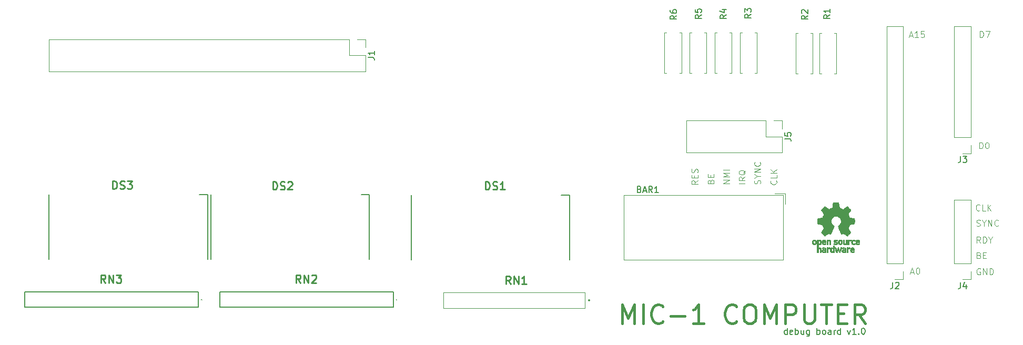
<source format=gbr>
%TF.GenerationSoftware,KiCad,Pcbnew,8.0.6*%
%TF.CreationDate,2024-12-15T17:57:45+01:00*%
%TF.ProjectId,debugboard,64656275-6762-46f6-9172-642e6b696361,rev?*%
%TF.SameCoordinates,Original*%
%TF.FileFunction,Legend,Top*%
%TF.FilePolarity,Positive*%
%FSLAX46Y46*%
G04 Gerber Fmt 4.6, Leading zero omitted, Abs format (unit mm)*
G04 Created by KiCad (PCBNEW 8.0.6) date 2024-12-15 17:57:45*
%MOMM*%
%LPD*%
G01*
G04 APERTURE LIST*
%ADD10C,0.100000*%
%ADD11C,0.400000*%
%ADD12C,0.150000*%
%ADD13C,0.254000*%
%ADD14C,0.010000*%
%ADD15C,0.200000*%
%ADD16C,0.120000*%
G04 APERTURE END LIST*
D10*
X149372419Y-71524687D02*
X148896228Y-71858020D01*
X149372419Y-72096115D02*
X148372419Y-72096115D01*
X148372419Y-72096115D02*
X148372419Y-71715163D01*
X148372419Y-71715163D02*
X148420038Y-71619925D01*
X148420038Y-71619925D02*
X148467657Y-71572306D01*
X148467657Y-71572306D02*
X148562895Y-71524687D01*
X148562895Y-71524687D02*
X148705752Y-71524687D01*
X148705752Y-71524687D02*
X148800990Y-71572306D01*
X148800990Y-71572306D02*
X148848609Y-71619925D01*
X148848609Y-71619925D02*
X148896228Y-71715163D01*
X148896228Y-71715163D02*
X148896228Y-72096115D01*
X148848609Y-71096115D02*
X148848609Y-70762782D01*
X149372419Y-70619925D02*
X149372419Y-71096115D01*
X149372419Y-71096115D02*
X148372419Y-71096115D01*
X148372419Y-71096115D02*
X148372419Y-70619925D01*
X149324800Y-70238972D02*
X149372419Y-70096115D01*
X149372419Y-70096115D02*
X149372419Y-69858020D01*
X149372419Y-69858020D02*
X149324800Y-69762782D01*
X149324800Y-69762782D02*
X149277180Y-69715163D01*
X149277180Y-69715163D02*
X149181942Y-69667544D01*
X149181942Y-69667544D02*
X149086704Y-69667544D01*
X149086704Y-69667544D02*
X148991466Y-69715163D01*
X148991466Y-69715163D02*
X148943847Y-69762782D01*
X148943847Y-69762782D02*
X148896228Y-69858020D01*
X148896228Y-69858020D02*
X148848609Y-70048496D01*
X148848609Y-70048496D02*
X148800990Y-70143734D01*
X148800990Y-70143734D02*
X148753371Y-70191353D01*
X148753371Y-70191353D02*
X148658133Y-70238972D01*
X148658133Y-70238972D02*
X148562895Y-70238972D01*
X148562895Y-70238972D02*
X148467657Y-70191353D01*
X148467657Y-70191353D02*
X148420038Y-70143734D01*
X148420038Y-70143734D02*
X148372419Y-70048496D01*
X148372419Y-70048496D02*
X148372419Y-69810401D01*
X148372419Y-69810401D02*
X148420038Y-69667544D01*
X151448609Y-71662782D02*
X151496228Y-71519925D01*
X151496228Y-71519925D02*
X151543847Y-71472306D01*
X151543847Y-71472306D02*
X151639085Y-71424687D01*
X151639085Y-71424687D02*
X151781942Y-71424687D01*
X151781942Y-71424687D02*
X151877180Y-71472306D01*
X151877180Y-71472306D02*
X151924800Y-71519925D01*
X151924800Y-71519925D02*
X151972419Y-71615163D01*
X151972419Y-71615163D02*
X151972419Y-71996115D01*
X151972419Y-71996115D02*
X150972419Y-71996115D01*
X150972419Y-71996115D02*
X150972419Y-71662782D01*
X150972419Y-71662782D02*
X151020038Y-71567544D01*
X151020038Y-71567544D02*
X151067657Y-71519925D01*
X151067657Y-71519925D02*
X151162895Y-71472306D01*
X151162895Y-71472306D02*
X151258133Y-71472306D01*
X151258133Y-71472306D02*
X151353371Y-71519925D01*
X151353371Y-71519925D02*
X151400990Y-71567544D01*
X151400990Y-71567544D02*
X151448609Y-71662782D01*
X151448609Y-71662782D02*
X151448609Y-71996115D01*
X151448609Y-70996115D02*
X151448609Y-70662782D01*
X151972419Y-70519925D02*
X151972419Y-70996115D01*
X151972419Y-70996115D02*
X150972419Y-70996115D01*
X150972419Y-70996115D02*
X150972419Y-70519925D01*
X154472419Y-71996115D02*
X153472419Y-71996115D01*
X153472419Y-71996115D02*
X154472419Y-71424687D01*
X154472419Y-71424687D02*
X153472419Y-71424687D01*
X154472419Y-70948496D02*
X153472419Y-70948496D01*
X153472419Y-70948496D02*
X154186704Y-70615163D01*
X154186704Y-70615163D02*
X153472419Y-70281830D01*
X153472419Y-70281830D02*
X154472419Y-70281830D01*
X154472419Y-69805639D02*
X153472419Y-69805639D01*
X156972419Y-71996115D02*
X155972419Y-71996115D01*
X156972419Y-70948497D02*
X156496228Y-71281830D01*
X156972419Y-71519925D02*
X155972419Y-71519925D01*
X155972419Y-71519925D02*
X155972419Y-71138973D01*
X155972419Y-71138973D02*
X156020038Y-71043735D01*
X156020038Y-71043735D02*
X156067657Y-70996116D01*
X156067657Y-70996116D02*
X156162895Y-70948497D01*
X156162895Y-70948497D02*
X156305752Y-70948497D01*
X156305752Y-70948497D02*
X156400990Y-70996116D01*
X156400990Y-70996116D02*
X156448609Y-71043735D01*
X156448609Y-71043735D02*
X156496228Y-71138973D01*
X156496228Y-71138973D02*
X156496228Y-71519925D01*
X157067657Y-69853259D02*
X157020038Y-69948497D01*
X157020038Y-69948497D02*
X156924800Y-70043735D01*
X156924800Y-70043735D02*
X156781942Y-70186592D01*
X156781942Y-70186592D02*
X156734323Y-70281830D01*
X156734323Y-70281830D02*
X156734323Y-70377068D01*
X156972419Y-70329449D02*
X156924800Y-70424687D01*
X156924800Y-70424687D02*
X156829561Y-70519925D01*
X156829561Y-70519925D02*
X156639085Y-70567544D01*
X156639085Y-70567544D02*
X156305752Y-70567544D01*
X156305752Y-70567544D02*
X156115276Y-70519925D01*
X156115276Y-70519925D02*
X156020038Y-70424687D01*
X156020038Y-70424687D02*
X155972419Y-70329449D01*
X155972419Y-70329449D02*
X155972419Y-70138973D01*
X155972419Y-70138973D02*
X156020038Y-70043735D01*
X156020038Y-70043735D02*
X156115276Y-69948497D01*
X156115276Y-69948497D02*
X156305752Y-69900878D01*
X156305752Y-69900878D02*
X156639085Y-69900878D01*
X156639085Y-69900878D02*
X156829561Y-69948497D01*
X156829561Y-69948497D02*
X156924800Y-70043735D01*
X156924800Y-70043735D02*
X156972419Y-70138973D01*
X156972419Y-70138973D02*
X156972419Y-70329449D01*
X159424800Y-72043734D02*
X159472419Y-71900877D01*
X159472419Y-71900877D02*
X159472419Y-71662782D01*
X159472419Y-71662782D02*
X159424800Y-71567544D01*
X159424800Y-71567544D02*
X159377180Y-71519925D01*
X159377180Y-71519925D02*
X159281942Y-71472306D01*
X159281942Y-71472306D02*
X159186704Y-71472306D01*
X159186704Y-71472306D02*
X159091466Y-71519925D01*
X159091466Y-71519925D02*
X159043847Y-71567544D01*
X159043847Y-71567544D02*
X158996228Y-71662782D01*
X158996228Y-71662782D02*
X158948609Y-71853258D01*
X158948609Y-71853258D02*
X158900990Y-71948496D01*
X158900990Y-71948496D02*
X158853371Y-71996115D01*
X158853371Y-71996115D02*
X158758133Y-72043734D01*
X158758133Y-72043734D02*
X158662895Y-72043734D01*
X158662895Y-72043734D02*
X158567657Y-71996115D01*
X158567657Y-71996115D02*
X158520038Y-71948496D01*
X158520038Y-71948496D02*
X158472419Y-71853258D01*
X158472419Y-71853258D02*
X158472419Y-71615163D01*
X158472419Y-71615163D02*
X158520038Y-71472306D01*
X158996228Y-70853258D02*
X159472419Y-70853258D01*
X158472419Y-71186591D02*
X158996228Y-70853258D01*
X158996228Y-70853258D02*
X158472419Y-70519925D01*
X159472419Y-70186591D02*
X158472419Y-70186591D01*
X158472419Y-70186591D02*
X159472419Y-69615163D01*
X159472419Y-69615163D02*
X158472419Y-69615163D01*
X159377180Y-68567544D02*
X159424800Y-68615163D01*
X159424800Y-68615163D02*
X159472419Y-68758020D01*
X159472419Y-68758020D02*
X159472419Y-68853258D01*
X159472419Y-68853258D02*
X159424800Y-68996115D01*
X159424800Y-68996115D02*
X159329561Y-69091353D01*
X159329561Y-69091353D02*
X159234323Y-69138972D01*
X159234323Y-69138972D02*
X159043847Y-69186591D01*
X159043847Y-69186591D02*
X158900990Y-69186591D01*
X158900990Y-69186591D02*
X158710514Y-69138972D01*
X158710514Y-69138972D02*
X158615276Y-69091353D01*
X158615276Y-69091353D02*
X158520038Y-68996115D01*
X158520038Y-68996115D02*
X158472419Y-68853258D01*
X158472419Y-68853258D02*
X158472419Y-68758020D01*
X158472419Y-68758020D02*
X158520038Y-68615163D01*
X158520038Y-68615163D02*
X158567657Y-68567544D01*
X161977180Y-71524687D02*
X162024800Y-71572306D01*
X162024800Y-71572306D02*
X162072419Y-71715163D01*
X162072419Y-71715163D02*
X162072419Y-71810401D01*
X162072419Y-71810401D02*
X162024800Y-71953258D01*
X162024800Y-71953258D02*
X161929561Y-72048496D01*
X161929561Y-72048496D02*
X161834323Y-72096115D01*
X161834323Y-72096115D02*
X161643847Y-72143734D01*
X161643847Y-72143734D02*
X161500990Y-72143734D01*
X161500990Y-72143734D02*
X161310514Y-72096115D01*
X161310514Y-72096115D02*
X161215276Y-72048496D01*
X161215276Y-72048496D02*
X161120038Y-71953258D01*
X161120038Y-71953258D02*
X161072419Y-71810401D01*
X161072419Y-71810401D02*
X161072419Y-71715163D01*
X161072419Y-71715163D02*
X161120038Y-71572306D01*
X161120038Y-71572306D02*
X161167657Y-71524687D01*
X162072419Y-70619925D02*
X162072419Y-71096115D01*
X162072419Y-71096115D02*
X161072419Y-71096115D01*
X162072419Y-70286591D02*
X161072419Y-70286591D01*
X162072419Y-69715163D02*
X161500990Y-70143734D01*
X161072419Y-69715163D02*
X161643847Y-70286591D01*
X194827693Y-85720038D02*
X194732455Y-85672419D01*
X194732455Y-85672419D02*
X194589598Y-85672419D01*
X194589598Y-85672419D02*
X194446741Y-85720038D01*
X194446741Y-85720038D02*
X194351503Y-85815276D01*
X194351503Y-85815276D02*
X194303884Y-85910514D01*
X194303884Y-85910514D02*
X194256265Y-86100990D01*
X194256265Y-86100990D02*
X194256265Y-86243847D01*
X194256265Y-86243847D02*
X194303884Y-86434323D01*
X194303884Y-86434323D02*
X194351503Y-86529561D01*
X194351503Y-86529561D02*
X194446741Y-86624800D01*
X194446741Y-86624800D02*
X194589598Y-86672419D01*
X194589598Y-86672419D02*
X194684836Y-86672419D01*
X194684836Y-86672419D02*
X194827693Y-86624800D01*
X194827693Y-86624800D02*
X194875312Y-86577180D01*
X194875312Y-86577180D02*
X194875312Y-86243847D01*
X194875312Y-86243847D02*
X194684836Y-86243847D01*
X195303884Y-86672419D02*
X195303884Y-85672419D01*
X195303884Y-85672419D02*
X195875312Y-86672419D01*
X195875312Y-86672419D02*
X195875312Y-85672419D01*
X196351503Y-86672419D02*
X196351503Y-85672419D01*
X196351503Y-85672419D02*
X196589598Y-85672419D01*
X196589598Y-85672419D02*
X196732455Y-85720038D01*
X196732455Y-85720038D02*
X196827693Y-85815276D01*
X196827693Y-85815276D02*
X196875312Y-85910514D01*
X196875312Y-85910514D02*
X196922931Y-86100990D01*
X196922931Y-86100990D02*
X196922931Y-86243847D01*
X196922931Y-86243847D02*
X196875312Y-86434323D01*
X196875312Y-86434323D02*
X196827693Y-86529561D01*
X196827693Y-86529561D02*
X196732455Y-86624800D01*
X196732455Y-86624800D02*
X196589598Y-86672419D01*
X196589598Y-86672419D02*
X196351503Y-86672419D01*
X194637217Y-83548609D02*
X194780074Y-83596228D01*
X194780074Y-83596228D02*
X194827693Y-83643847D01*
X194827693Y-83643847D02*
X194875312Y-83739085D01*
X194875312Y-83739085D02*
X194875312Y-83881942D01*
X194875312Y-83881942D02*
X194827693Y-83977180D01*
X194827693Y-83977180D02*
X194780074Y-84024800D01*
X194780074Y-84024800D02*
X194684836Y-84072419D01*
X194684836Y-84072419D02*
X194303884Y-84072419D01*
X194303884Y-84072419D02*
X194303884Y-83072419D01*
X194303884Y-83072419D02*
X194637217Y-83072419D01*
X194637217Y-83072419D02*
X194732455Y-83120038D01*
X194732455Y-83120038D02*
X194780074Y-83167657D01*
X194780074Y-83167657D02*
X194827693Y-83262895D01*
X194827693Y-83262895D02*
X194827693Y-83358133D01*
X194827693Y-83358133D02*
X194780074Y-83453371D01*
X194780074Y-83453371D02*
X194732455Y-83500990D01*
X194732455Y-83500990D02*
X194637217Y-83548609D01*
X194637217Y-83548609D02*
X194303884Y-83548609D01*
X195303884Y-83548609D02*
X195637217Y-83548609D01*
X195780074Y-84072419D02*
X195303884Y-84072419D01*
X195303884Y-84072419D02*
X195303884Y-83072419D01*
X195303884Y-83072419D02*
X195780074Y-83072419D01*
X194875312Y-81572419D02*
X194541979Y-81096228D01*
X194303884Y-81572419D02*
X194303884Y-80572419D01*
X194303884Y-80572419D02*
X194684836Y-80572419D01*
X194684836Y-80572419D02*
X194780074Y-80620038D01*
X194780074Y-80620038D02*
X194827693Y-80667657D01*
X194827693Y-80667657D02*
X194875312Y-80762895D01*
X194875312Y-80762895D02*
X194875312Y-80905752D01*
X194875312Y-80905752D02*
X194827693Y-81000990D01*
X194827693Y-81000990D02*
X194780074Y-81048609D01*
X194780074Y-81048609D02*
X194684836Y-81096228D01*
X194684836Y-81096228D02*
X194303884Y-81096228D01*
X195303884Y-81572419D02*
X195303884Y-80572419D01*
X195303884Y-80572419D02*
X195541979Y-80572419D01*
X195541979Y-80572419D02*
X195684836Y-80620038D01*
X195684836Y-80620038D02*
X195780074Y-80715276D01*
X195780074Y-80715276D02*
X195827693Y-80810514D01*
X195827693Y-80810514D02*
X195875312Y-81000990D01*
X195875312Y-81000990D02*
X195875312Y-81143847D01*
X195875312Y-81143847D02*
X195827693Y-81334323D01*
X195827693Y-81334323D02*
X195780074Y-81429561D01*
X195780074Y-81429561D02*
X195684836Y-81524800D01*
X195684836Y-81524800D02*
X195541979Y-81572419D01*
X195541979Y-81572419D02*
X195303884Y-81572419D01*
X196494360Y-81096228D02*
X196494360Y-81572419D01*
X196161027Y-80572419D02*
X196494360Y-81096228D01*
X196494360Y-81096228D02*
X196827693Y-80572419D01*
X194256265Y-78824800D02*
X194399122Y-78872419D01*
X194399122Y-78872419D02*
X194637217Y-78872419D01*
X194637217Y-78872419D02*
X194732455Y-78824800D01*
X194732455Y-78824800D02*
X194780074Y-78777180D01*
X194780074Y-78777180D02*
X194827693Y-78681942D01*
X194827693Y-78681942D02*
X194827693Y-78586704D01*
X194827693Y-78586704D02*
X194780074Y-78491466D01*
X194780074Y-78491466D02*
X194732455Y-78443847D01*
X194732455Y-78443847D02*
X194637217Y-78396228D01*
X194637217Y-78396228D02*
X194446741Y-78348609D01*
X194446741Y-78348609D02*
X194351503Y-78300990D01*
X194351503Y-78300990D02*
X194303884Y-78253371D01*
X194303884Y-78253371D02*
X194256265Y-78158133D01*
X194256265Y-78158133D02*
X194256265Y-78062895D01*
X194256265Y-78062895D02*
X194303884Y-77967657D01*
X194303884Y-77967657D02*
X194351503Y-77920038D01*
X194351503Y-77920038D02*
X194446741Y-77872419D01*
X194446741Y-77872419D02*
X194684836Y-77872419D01*
X194684836Y-77872419D02*
X194827693Y-77920038D01*
X195446741Y-78396228D02*
X195446741Y-78872419D01*
X195113408Y-77872419D02*
X195446741Y-78396228D01*
X195446741Y-78396228D02*
X195780074Y-77872419D01*
X196113408Y-78872419D02*
X196113408Y-77872419D01*
X196113408Y-77872419D02*
X196684836Y-78872419D01*
X196684836Y-78872419D02*
X196684836Y-77872419D01*
X197732455Y-78777180D02*
X197684836Y-78824800D01*
X197684836Y-78824800D02*
X197541979Y-78872419D01*
X197541979Y-78872419D02*
X197446741Y-78872419D01*
X197446741Y-78872419D02*
X197303884Y-78824800D01*
X197303884Y-78824800D02*
X197208646Y-78729561D01*
X197208646Y-78729561D02*
X197161027Y-78634323D01*
X197161027Y-78634323D02*
X197113408Y-78443847D01*
X197113408Y-78443847D02*
X197113408Y-78300990D01*
X197113408Y-78300990D02*
X197161027Y-78110514D01*
X197161027Y-78110514D02*
X197208646Y-78015276D01*
X197208646Y-78015276D02*
X197303884Y-77920038D01*
X197303884Y-77920038D02*
X197446741Y-77872419D01*
X197446741Y-77872419D02*
X197541979Y-77872419D01*
X197541979Y-77872419D02*
X197684836Y-77920038D01*
X197684836Y-77920038D02*
X197732455Y-77967657D01*
X194775312Y-76277180D02*
X194727693Y-76324800D01*
X194727693Y-76324800D02*
X194584836Y-76372419D01*
X194584836Y-76372419D02*
X194489598Y-76372419D01*
X194489598Y-76372419D02*
X194346741Y-76324800D01*
X194346741Y-76324800D02*
X194251503Y-76229561D01*
X194251503Y-76229561D02*
X194203884Y-76134323D01*
X194203884Y-76134323D02*
X194156265Y-75943847D01*
X194156265Y-75943847D02*
X194156265Y-75800990D01*
X194156265Y-75800990D02*
X194203884Y-75610514D01*
X194203884Y-75610514D02*
X194251503Y-75515276D01*
X194251503Y-75515276D02*
X194346741Y-75420038D01*
X194346741Y-75420038D02*
X194489598Y-75372419D01*
X194489598Y-75372419D02*
X194584836Y-75372419D01*
X194584836Y-75372419D02*
X194727693Y-75420038D01*
X194727693Y-75420038D02*
X194775312Y-75467657D01*
X195680074Y-76372419D02*
X195203884Y-76372419D01*
X195203884Y-76372419D02*
X195203884Y-75372419D01*
X196013408Y-76372419D02*
X196013408Y-75372419D01*
X196584836Y-76372419D02*
X196156265Y-75800990D01*
X196584836Y-75372419D02*
X196013408Y-75943847D01*
X183656265Y-86286704D02*
X184132455Y-86286704D01*
X183561027Y-86572419D02*
X183894360Y-85572419D01*
X183894360Y-85572419D02*
X184227693Y-86572419D01*
X184751503Y-85572419D02*
X184846741Y-85572419D01*
X184846741Y-85572419D02*
X184941979Y-85620038D01*
X184941979Y-85620038D02*
X184989598Y-85667657D01*
X184989598Y-85667657D02*
X185037217Y-85762895D01*
X185037217Y-85762895D02*
X185084836Y-85953371D01*
X185084836Y-85953371D02*
X185084836Y-86191466D01*
X185084836Y-86191466D02*
X185037217Y-86381942D01*
X185037217Y-86381942D02*
X184989598Y-86477180D01*
X184989598Y-86477180D02*
X184941979Y-86524800D01*
X184941979Y-86524800D02*
X184846741Y-86572419D01*
X184846741Y-86572419D02*
X184751503Y-86572419D01*
X184751503Y-86572419D02*
X184656265Y-86524800D01*
X184656265Y-86524800D02*
X184608646Y-86477180D01*
X184608646Y-86477180D02*
X184561027Y-86381942D01*
X184561027Y-86381942D02*
X184513408Y-86191466D01*
X184513408Y-86191466D02*
X184513408Y-85953371D01*
X184513408Y-85953371D02*
X184561027Y-85762895D01*
X184561027Y-85762895D02*
X184608646Y-85667657D01*
X184608646Y-85667657D02*
X184656265Y-85620038D01*
X184656265Y-85620038D02*
X184751503Y-85572419D01*
X183456265Y-48186704D02*
X183932455Y-48186704D01*
X183361027Y-48472419D02*
X183694360Y-47472419D01*
X183694360Y-47472419D02*
X184027693Y-48472419D01*
X184884836Y-48472419D02*
X184313408Y-48472419D01*
X184599122Y-48472419D02*
X184599122Y-47472419D01*
X184599122Y-47472419D02*
X184503884Y-47615276D01*
X184503884Y-47615276D02*
X184408646Y-47710514D01*
X184408646Y-47710514D02*
X184313408Y-47758133D01*
X185789598Y-47472419D02*
X185313408Y-47472419D01*
X185313408Y-47472419D02*
X185265789Y-47948609D01*
X185265789Y-47948609D02*
X185313408Y-47900990D01*
X185313408Y-47900990D02*
X185408646Y-47853371D01*
X185408646Y-47853371D02*
X185646741Y-47853371D01*
X185646741Y-47853371D02*
X185741979Y-47900990D01*
X185741979Y-47900990D02*
X185789598Y-47948609D01*
X185789598Y-47948609D02*
X185837217Y-48043847D01*
X185837217Y-48043847D02*
X185837217Y-48281942D01*
X185837217Y-48281942D02*
X185789598Y-48377180D01*
X185789598Y-48377180D02*
X185741979Y-48424800D01*
X185741979Y-48424800D02*
X185646741Y-48472419D01*
X185646741Y-48472419D02*
X185408646Y-48472419D01*
X185408646Y-48472419D02*
X185313408Y-48424800D01*
X185313408Y-48424800D02*
X185265789Y-48377180D01*
X194803884Y-48472419D02*
X194803884Y-47472419D01*
X194803884Y-47472419D02*
X195041979Y-47472419D01*
X195041979Y-47472419D02*
X195184836Y-47520038D01*
X195184836Y-47520038D02*
X195280074Y-47615276D01*
X195280074Y-47615276D02*
X195327693Y-47710514D01*
X195327693Y-47710514D02*
X195375312Y-47900990D01*
X195375312Y-47900990D02*
X195375312Y-48043847D01*
X195375312Y-48043847D02*
X195327693Y-48234323D01*
X195327693Y-48234323D02*
X195280074Y-48329561D01*
X195280074Y-48329561D02*
X195184836Y-48424800D01*
X195184836Y-48424800D02*
X195041979Y-48472419D01*
X195041979Y-48472419D02*
X194803884Y-48472419D01*
X195708646Y-47472419D02*
X196375312Y-47472419D01*
X196375312Y-47472419D02*
X195946741Y-48472419D01*
X194703884Y-66372419D02*
X194703884Y-65372419D01*
X194703884Y-65372419D02*
X194941979Y-65372419D01*
X194941979Y-65372419D02*
X195084836Y-65420038D01*
X195084836Y-65420038D02*
X195180074Y-65515276D01*
X195180074Y-65515276D02*
X195227693Y-65610514D01*
X195227693Y-65610514D02*
X195275312Y-65800990D01*
X195275312Y-65800990D02*
X195275312Y-65943847D01*
X195275312Y-65943847D02*
X195227693Y-66134323D01*
X195227693Y-66134323D02*
X195180074Y-66229561D01*
X195180074Y-66229561D02*
X195084836Y-66324800D01*
X195084836Y-66324800D02*
X194941979Y-66372419D01*
X194941979Y-66372419D02*
X194703884Y-66372419D01*
X195894360Y-65372419D02*
X195989598Y-65372419D01*
X195989598Y-65372419D02*
X196084836Y-65420038D01*
X196084836Y-65420038D02*
X196132455Y-65467657D01*
X196132455Y-65467657D02*
X196180074Y-65562895D01*
X196180074Y-65562895D02*
X196227693Y-65753371D01*
X196227693Y-65753371D02*
X196227693Y-65991466D01*
X196227693Y-65991466D02*
X196180074Y-66181942D01*
X196180074Y-66181942D02*
X196132455Y-66277180D01*
X196132455Y-66277180D02*
X196084836Y-66324800D01*
X196084836Y-66324800D02*
X195989598Y-66372419D01*
X195989598Y-66372419D02*
X195894360Y-66372419D01*
X195894360Y-66372419D02*
X195799122Y-66324800D01*
X195799122Y-66324800D02*
X195751503Y-66277180D01*
X195751503Y-66277180D02*
X195703884Y-66181942D01*
X195703884Y-66181942D02*
X195656265Y-65991466D01*
X195656265Y-65991466D02*
X195656265Y-65753371D01*
X195656265Y-65753371D02*
X195703884Y-65562895D01*
X195703884Y-65562895D02*
X195751503Y-65467657D01*
X195751503Y-65467657D02*
X195799122Y-65420038D01*
X195799122Y-65420038D02*
X195894360Y-65372419D01*
D11*
X137177442Y-94512057D02*
X137177442Y-91512057D01*
X137177442Y-91512057D02*
X138177442Y-93654914D01*
X138177442Y-93654914D02*
X139177442Y-91512057D01*
X139177442Y-91512057D02*
X139177442Y-94512057D01*
X140606013Y-94512057D02*
X140606013Y-91512057D01*
X143748870Y-94226342D02*
X143606013Y-94369200D01*
X143606013Y-94369200D02*
X143177441Y-94512057D01*
X143177441Y-94512057D02*
X142891727Y-94512057D01*
X142891727Y-94512057D02*
X142463156Y-94369200D01*
X142463156Y-94369200D02*
X142177441Y-94083485D01*
X142177441Y-94083485D02*
X142034584Y-93797771D01*
X142034584Y-93797771D02*
X141891727Y-93226342D01*
X141891727Y-93226342D02*
X141891727Y-92797771D01*
X141891727Y-92797771D02*
X142034584Y-92226342D01*
X142034584Y-92226342D02*
X142177441Y-91940628D01*
X142177441Y-91940628D02*
X142463156Y-91654914D01*
X142463156Y-91654914D02*
X142891727Y-91512057D01*
X142891727Y-91512057D02*
X143177441Y-91512057D01*
X143177441Y-91512057D02*
X143606013Y-91654914D01*
X143606013Y-91654914D02*
X143748870Y-91797771D01*
X145034584Y-93369200D02*
X147320299Y-93369200D01*
X150320299Y-94512057D02*
X148606013Y-94512057D01*
X149463156Y-94512057D02*
X149463156Y-91512057D01*
X149463156Y-91512057D02*
X149177442Y-91940628D01*
X149177442Y-91940628D02*
X148891727Y-92226342D01*
X148891727Y-92226342D02*
X148606013Y-92369200D01*
X155606013Y-94226342D02*
X155463156Y-94369200D01*
X155463156Y-94369200D02*
X155034584Y-94512057D01*
X155034584Y-94512057D02*
X154748870Y-94512057D01*
X154748870Y-94512057D02*
X154320299Y-94369200D01*
X154320299Y-94369200D02*
X154034584Y-94083485D01*
X154034584Y-94083485D02*
X153891727Y-93797771D01*
X153891727Y-93797771D02*
X153748870Y-93226342D01*
X153748870Y-93226342D02*
X153748870Y-92797771D01*
X153748870Y-92797771D02*
X153891727Y-92226342D01*
X153891727Y-92226342D02*
X154034584Y-91940628D01*
X154034584Y-91940628D02*
X154320299Y-91654914D01*
X154320299Y-91654914D02*
X154748870Y-91512057D01*
X154748870Y-91512057D02*
X155034584Y-91512057D01*
X155034584Y-91512057D02*
X155463156Y-91654914D01*
X155463156Y-91654914D02*
X155606013Y-91797771D01*
X157463156Y-91512057D02*
X158034584Y-91512057D01*
X158034584Y-91512057D02*
X158320299Y-91654914D01*
X158320299Y-91654914D02*
X158606013Y-91940628D01*
X158606013Y-91940628D02*
X158748870Y-92512057D01*
X158748870Y-92512057D02*
X158748870Y-93512057D01*
X158748870Y-93512057D02*
X158606013Y-94083485D01*
X158606013Y-94083485D02*
X158320299Y-94369200D01*
X158320299Y-94369200D02*
X158034584Y-94512057D01*
X158034584Y-94512057D02*
X157463156Y-94512057D01*
X157463156Y-94512057D02*
X157177442Y-94369200D01*
X157177442Y-94369200D02*
X156891727Y-94083485D01*
X156891727Y-94083485D02*
X156748870Y-93512057D01*
X156748870Y-93512057D02*
X156748870Y-92512057D01*
X156748870Y-92512057D02*
X156891727Y-91940628D01*
X156891727Y-91940628D02*
X157177442Y-91654914D01*
X157177442Y-91654914D02*
X157463156Y-91512057D01*
X160034584Y-94512057D02*
X160034584Y-91512057D01*
X160034584Y-91512057D02*
X161034584Y-93654914D01*
X161034584Y-93654914D02*
X162034584Y-91512057D01*
X162034584Y-91512057D02*
X162034584Y-94512057D01*
X163463155Y-94512057D02*
X163463155Y-91512057D01*
X163463155Y-91512057D02*
X164606012Y-91512057D01*
X164606012Y-91512057D02*
X164891727Y-91654914D01*
X164891727Y-91654914D02*
X165034584Y-91797771D01*
X165034584Y-91797771D02*
X165177441Y-92083485D01*
X165177441Y-92083485D02*
X165177441Y-92512057D01*
X165177441Y-92512057D02*
X165034584Y-92797771D01*
X165034584Y-92797771D02*
X164891727Y-92940628D01*
X164891727Y-92940628D02*
X164606012Y-93083485D01*
X164606012Y-93083485D02*
X163463155Y-93083485D01*
X166463155Y-91512057D02*
X166463155Y-93940628D01*
X166463155Y-93940628D02*
X166606012Y-94226342D01*
X166606012Y-94226342D02*
X166748870Y-94369200D01*
X166748870Y-94369200D02*
X167034584Y-94512057D01*
X167034584Y-94512057D02*
X167606012Y-94512057D01*
X167606012Y-94512057D02*
X167891727Y-94369200D01*
X167891727Y-94369200D02*
X168034584Y-94226342D01*
X168034584Y-94226342D02*
X168177441Y-93940628D01*
X168177441Y-93940628D02*
X168177441Y-91512057D01*
X169177441Y-91512057D02*
X170891727Y-91512057D01*
X170034584Y-94512057D02*
X170034584Y-91512057D01*
X171891726Y-92940628D02*
X172891726Y-92940628D01*
X173320298Y-94512057D02*
X171891726Y-94512057D01*
X171891726Y-94512057D02*
X171891726Y-91512057D01*
X171891726Y-91512057D02*
X173320298Y-91512057D01*
X176320298Y-94512057D02*
X175320298Y-93083485D01*
X174606012Y-94512057D02*
X174606012Y-91512057D01*
X174606012Y-91512057D02*
X175748869Y-91512057D01*
X175748869Y-91512057D02*
X176034584Y-91654914D01*
X176034584Y-91654914D02*
X176177441Y-91797771D01*
X176177441Y-91797771D02*
X176320298Y-92083485D01*
X176320298Y-92083485D02*
X176320298Y-92512057D01*
X176320298Y-92512057D02*
X176177441Y-92797771D01*
X176177441Y-92797771D02*
X176034584Y-92940628D01*
X176034584Y-92940628D02*
X175748869Y-93083485D01*
X175748869Y-93083485D02*
X174606012Y-93083485D01*
D12*
X163765350Y-96269819D02*
X163765350Y-95269819D01*
X163765350Y-96222200D02*
X163670112Y-96269819D01*
X163670112Y-96269819D02*
X163479636Y-96269819D01*
X163479636Y-96269819D02*
X163384398Y-96222200D01*
X163384398Y-96222200D02*
X163336779Y-96174580D01*
X163336779Y-96174580D02*
X163289160Y-96079342D01*
X163289160Y-96079342D02*
X163289160Y-95793628D01*
X163289160Y-95793628D02*
X163336779Y-95698390D01*
X163336779Y-95698390D02*
X163384398Y-95650771D01*
X163384398Y-95650771D02*
X163479636Y-95603152D01*
X163479636Y-95603152D02*
X163670112Y-95603152D01*
X163670112Y-95603152D02*
X163765350Y-95650771D01*
X164622493Y-96222200D02*
X164527255Y-96269819D01*
X164527255Y-96269819D02*
X164336779Y-96269819D01*
X164336779Y-96269819D02*
X164241541Y-96222200D01*
X164241541Y-96222200D02*
X164193922Y-96126961D01*
X164193922Y-96126961D02*
X164193922Y-95746009D01*
X164193922Y-95746009D02*
X164241541Y-95650771D01*
X164241541Y-95650771D02*
X164336779Y-95603152D01*
X164336779Y-95603152D02*
X164527255Y-95603152D01*
X164527255Y-95603152D02*
X164622493Y-95650771D01*
X164622493Y-95650771D02*
X164670112Y-95746009D01*
X164670112Y-95746009D02*
X164670112Y-95841247D01*
X164670112Y-95841247D02*
X164193922Y-95936485D01*
X165098684Y-96269819D02*
X165098684Y-95269819D01*
X165098684Y-95650771D02*
X165193922Y-95603152D01*
X165193922Y-95603152D02*
X165384398Y-95603152D01*
X165384398Y-95603152D02*
X165479636Y-95650771D01*
X165479636Y-95650771D02*
X165527255Y-95698390D01*
X165527255Y-95698390D02*
X165574874Y-95793628D01*
X165574874Y-95793628D02*
X165574874Y-96079342D01*
X165574874Y-96079342D02*
X165527255Y-96174580D01*
X165527255Y-96174580D02*
X165479636Y-96222200D01*
X165479636Y-96222200D02*
X165384398Y-96269819D01*
X165384398Y-96269819D02*
X165193922Y-96269819D01*
X165193922Y-96269819D02*
X165098684Y-96222200D01*
X166432017Y-95603152D02*
X166432017Y-96269819D01*
X166003446Y-95603152D02*
X166003446Y-96126961D01*
X166003446Y-96126961D02*
X166051065Y-96222200D01*
X166051065Y-96222200D02*
X166146303Y-96269819D01*
X166146303Y-96269819D02*
X166289160Y-96269819D01*
X166289160Y-96269819D02*
X166384398Y-96222200D01*
X166384398Y-96222200D02*
X166432017Y-96174580D01*
X167336779Y-95603152D02*
X167336779Y-96412676D01*
X167336779Y-96412676D02*
X167289160Y-96507914D01*
X167289160Y-96507914D02*
X167241541Y-96555533D01*
X167241541Y-96555533D02*
X167146303Y-96603152D01*
X167146303Y-96603152D02*
X167003446Y-96603152D01*
X167003446Y-96603152D02*
X166908208Y-96555533D01*
X167336779Y-96222200D02*
X167241541Y-96269819D01*
X167241541Y-96269819D02*
X167051065Y-96269819D01*
X167051065Y-96269819D02*
X166955827Y-96222200D01*
X166955827Y-96222200D02*
X166908208Y-96174580D01*
X166908208Y-96174580D02*
X166860589Y-96079342D01*
X166860589Y-96079342D02*
X166860589Y-95793628D01*
X166860589Y-95793628D02*
X166908208Y-95698390D01*
X166908208Y-95698390D02*
X166955827Y-95650771D01*
X166955827Y-95650771D02*
X167051065Y-95603152D01*
X167051065Y-95603152D02*
X167241541Y-95603152D01*
X167241541Y-95603152D02*
X167336779Y-95650771D01*
X168574875Y-96269819D02*
X168574875Y-95269819D01*
X168574875Y-95650771D02*
X168670113Y-95603152D01*
X168670113Y-95603152D02*
X168860589Y-95603152D01*
X168860589Y-95603152D02*
X168955827Y-95650771D01*
X168955827Y-95650771D02*
X169003446Y-95698390D01*
X169003446Y-95698390D02*
X169051065Y-95793628D01*
X169051065Y-95793628D02*
X169051065Y-96079342D01*
X169051065Y-96079342D02*
X169003446Y-96174580D01*
X169003446Y-96174580D02*
X168955827Y-96222200D01*
X168955827Y-96222200D02*
X168860589Y-96269819D01*
X168860589Y-96269819D02*
X168670113Y-96269819D01*
X168670113Y-96269819D02*
X168574875Y-96222200D01*
X169622494Y-96269819D02*
X169527256Y-96222200D01*
X169527256Y-96222200D02*
X169479637Y-96174580D01*
X169479637Y-96174580D02*
X169432018Y-96079342D01*
X169432018Y-96079342D02*
X169432018Y-95793628D01*
X169432018Y-95793628D02*
X169479637Y-95698390D01*
X169479637Y-95698390D02*
X169527256Y-95650771D01*
X169527256Y-95650771D02*
X169622494Y-95603152D01*
X169622494Y-95603152D02*
X169765351Y-95603152D01*
X169765351Y-95603152D02*
X169860589Y-95650771D01*
X169860589Y-95650771D02*
X169908208Y-95698390D01*
X169908208Y-95698390D02*
X169955827Y-95793628D01*
X169955827Y-95793628D02*
X169955827Y-96079342D01*
X169955827Y-96079342D02*
X169908208Y-96174580D01*
X169908208Y-96174580D02*
X169860589Y-96222200D01*
X169860589Y-96222200D02*
X169765351Y-96269819D01*
X169765351Y-96269819D02*
X169622494Y-96269819D01*
X170812970Y-96269819D02*
X170812970Y-95746009D01*
X170812970Y-95746009D02*
X170765351Y-95650771D01*
X170765351Y-95650771D02*
X170670113Y-95603152D01*
X170670113Y-95603152D02*
X170479637Y-95603152D01*
X170479637Y-95603152D02*
X170384399Y-95650771D01*
X170812970Y-96222200D02*
X170717732Y-96269819D01*
X170717732Y-96269819D02*
X170479637Y-96269819D01*
X170479637Y-96269819D02*
X170384399Y-96222200D01*
X170384399Y-96222200D02*
X170336780Y-96126961D01*
X170336780Y-96126961D02*
X170336780Y-96031723D01*
X170336780Y-96031723D02*
X170384399Y-95936485D01*
X170384399Y-95936485D02*
X170479637Y-95888866D01*
X170479637Y-95888866D02*
X170717732Y-95888866D01*
X170717732Y-95888866D02*
X170812970Y-95841247D01*
X171289161Y-96269819D02*
X171289161Y-95603152D01*
X171289161Y-95793628D02*
X171336780Y-95698390D01*
X171336780Y-95698390D02*
X171384399Y-95650771D01*
X171384399Y-95650771D02*
X171479637Y-95603152D01*
X171479637Y-95603152D02*
X171574875Y-95603152D01*
X172336780Y-96269819D02*
X172336780Y-95269819D01*
X172336780Y-96222200D02*
X172241542Y-96269819D01*
X172241542Y-96269819D02*
X172051066Y-96269819D01*
X172051066Y-96269819D02*
X171955828Y-96222200D01*
X171955828Y-96222200D02*
X171908209Y-96174580D01*
X171908209Y-96174580D02*
X171860590Y-96079342D01*
X171860590Y-96079342D02*
X171860590Y-95793628D01*
X171860590Y-95793628D02*
X171908209Y-95698390D01*
X171908209Y-95698390D02*
X171955828Y-95650771D01*
X171955828Y-95650771D02*
X172051066Y-95603152D01*
X172051066Y-95603152D02*
X172241542Y-95603152D01*
X172241542Y-95603152D02*
X172336780Y-95650771D01*
X173479638Y-95603152D02*
X173717733Y-96269819D01*
X173717733Y-96269819D02*
X173955828Y-95603152D01*
X174860590Y-96269819D02*
X174289162Y-96269819D01*
X174574876Y-96269819D02*
X174574876Y-95269819D01*
X174574876Y-95269819D02*
X174479638Y-95412676D01*
X174479638Y-95412676D02*
X174384400Y-95507914D01*
X174384400Y-95507914D02*
X174289162Y-95555533D01*
X175289162Y-96174580D02*
X175336781Y-96222200D01*
X175336781Y-96222200D02*
X175289162Y-96269819D01*
X175289162Y-96269819D02*
X175241543Y-96222200D01*
X175241543Y-96222200D02*
X175289162Y-96174580D01*
X175289162Y-96174580D02*
X175289162Y-96269819D01*
X175955828Y-95269819D02*
X176051066Y-95269819D01*
X176051066Y-95269819D02*
X176146304Y-95317438D01*
X176146304Y-95317438D02*
X176193923Y-95365057D01*
X176193923Y-95365057D02*
X176241542Y-95460295D01*
X176241542Y-95460295D02*
X176289161Y-95650771D01*
X176289161Y-95650771D02*
X176289161Y-95888866D01*
X176289161Y-95888866D02*
X176241542Y-96079342D01*
X176241542Y-96079342D02*
X176193923Y-96174580D01*
X176193923Y-96174580D02*
X176146304Y-96222200D01*
X176146304Y-96222200D02*
X176051066Y-96269819D01*
X176051066Y-96269819D02*
X175955828Y-96269819D01*
X175955828Y-96269819D02*
X175860590Y-96222200D01*
X175860590Y-96222200D02*
X175812971Y-96174580D01*
X175812971Y-96174580D02*
X175765352Y-96079342D01*
X175765352Y-96079342D02*
X175717733Y-95888866D01*
X175717733Y-95888866D02*
X175717733Y-95650771D01*
X175717733Y-95650771D02*
X175765352Y-95460295D01*
X175765352Y-95460295D02*
X175812971Y-95365057D01*
X175812971Y-95365057D02*
X175860590Y-95317438D01*
X175860590Y-95317438D02*
X175955828Y-95269819D01*
D13*
X54023095Y-87974318D02*
X53599761Y-87369556D01*
X53297380Y-87974318D02*
X53297380Y-86704318D01*
X53297380Y-86704318D02*
X53781190Y-86704318D01*
X53781190Y-86704318D02*
X53902142Y-86764794D01*
X53902142Y-86764794D02*
X53962619Y-86825270D01*
X53962619Y-86825270D02*
X54023095Y-86946222D01*
X54023095Y-86946222D02*
X54023095Y-87127651D01*
X54023095Y-87127651D02*
X53962619Y-87248603D01*
X53962619Y-87248603D02*
X53902142Y-87309080D01*
X53902142Y-87309080D02*
X53781190Y-87369556D01*
X53781190Y-87369556D02*
X53297380Y-87369556D01*
X54567380Y-87974318D02*
X54567380Y-86704318D01*
X54567380Y-86704318D02*
X55293095Y-87974318D01*
X55293095Y-87974318D02*
X55293095Y-86704318D01*
X55776904Y-86704318D02*
X56563095Y-86704318D01*
X56563095Y-86704318D02*
X56139761Y-87188127D01*
X56139761Y-87188127D02*
X56321190Y-87188127D01*
X56321190Y-87188127D02*
X56442142Y-87248603D01*
X56442142Y-87248603D02*
X56502618Y-87309080D01*
X56502618Y-87309080D02*
X56563095Y-87430032D01*
X56563095Y-87430032D02*
X56563095Y-87732413D01*
X56563095Y-87732413D02*
X56502618Y-87853365D01*
X56502618Y-87853365D02*
X56442142Y-87913842D01*
X56442142Y-87913842D02*
X56321190Y-87974318D01*
X56321190Y-87974318D02*
X55958333Y-87974318D01*
X55958333Y-87974318D02*
X55837380Y-87913842D01*
X55837380Y-87913842D02*
X55776904Y-87853365D01*
X85423095Y-87974318D02*
X84999761Y-87369556D01*
X84697380Y-87974318D02*
X84697380Y-86704318D01*
X84697380Y-86704318D02*
X85181190Y-86704318D01*
X85181190Y-86704318D02*
X85302142Y-86764794D01*
X85302142Y-86764794D02*
X85362619Y-86825270D01*
X85362619Y-86825270D02*
X85423095Y-86946222D01*
X85423095Y-86946222D02*
X85423095Y-87127651D01*
X85423095Y-87127651D02*
X85362619Y-87248603D01*
X85362619Y-87248603D02*
X85302142Y-87309080D01*
X85302142Y-87309080D02*
X85181190Y-87369556D01*
X85181190Y-87369556D02*
X84697380Y-87369556D01*
X85967380Y-87974318D02*
X85967380Y-86704318D01*
X85967380Y-86704318D02*
X86693095Y-87974318D01*
X86693095Y-87974318D02*
X86693095Y-86704318D01*
X87237380Y-86825270D02*
X87297856Y-86764794D01*
X87297856Y-86764794D02*
X87418809Y-86704318D01*
X87418809Y-86704318D02*
X87721190Y-86704318D01*
X87721190Y-86704318D02*
X87842142Y-86764794D01*
X87842142Y-86764794D02*
X87902618Y-86825270D01*
X87902618Y-86825270D02*
X87963095Y-86946222D01*
X87963095Y-86946222D02*
X87963095Y-87067175D01*
X87963095Y-87067175D02*
X87902618Y-87248603D01*
X87902618Y-87248603D02*
X87176904Y-87974318D01*
X87176904Y-87974318D02*
X87963095Y-87974318D01*
X119223095Y-88174318D02*
X118799761Y-87569556D01*
X118497380Y-88174318D02*
X118497380Y-86904318D01*
X118497380Y-86904318D02*
X118981190Y-86904318D01*
X118981190Y-86904318D02*
X119102142Y-86964794D01*
X119102142Y-86964794D02*
X119162619Y-87025270D01*
X119162619Y-87025270D02*
X119223095Y-87146222D01*
X119223095Y-87146222D02*
X119223095Y-87327651D01*
X119223095Y-87327651D02*
X119162619Y-87448603D01*
X119162619Y-87448603D02*
X119102142Y-87509080D01*
X119102142Y-87509080D02*
X118981190Y-87569556D01*
X118981190Y-87569556D02*
X118497380Y-87569556D01*
X119767380Y-88174318D02*
X119767380Y-86904318D01*
X119767380Y-86904318D02*
X120493095Y-88174318D01*
X120493095Y-88174318D02*
X120493095Y-86904318D01*
X121763095Y-88174318D02*
X121037380Y-88174318D01*
X121400237Y-88174318D02*
X121400237Y-86904318D01*
X121400237Y-86904318D02*
X121279285Y-87085746D01*
X121279285Y-87085746D02*
X121158333Y-87206699D01*
X121158333Y-87206699D02*
X121037380Y-87267175D01*
D12*
X191666666Y-87904819D02*
X191666666Y-88619104D01*
X191666666Y-88619104D02*
X191619047Y-88761961D01*
X191619047Y-88761961D02*
X191523809Y-88857200D01*
X191523809Y-88857200D02*
X191380952Y-88904819D01*
X191380952Y-88904819D02*
X191285714Y-88904819D01*
X192571428Y-88238152D02*
X192571428Y-88904819D01*
X192333333Y-87857200D02*
X192095238Y-88571485D01*
X192095238Y-88571485D02*
X192714285Y-88571485D01*
D13*
X55157856Y-72874318D02*
X55157856Y-71604318D01*
X55157856Y-71604318D02*
X55460237Y-71604318D01*
X55460237Y-71604318D02*
X55641666Y-71664794D01*
X55641666Y-71664794D02*
X55762618Y-71785746D01*
X55762618Y-71785746D02*
X55823095Y-71906699D01*
X55823095Y-71906699D02*
X55883571Y-72148603D01*
X55883571Y-72148603D02*
X55883571Y-72330032D01*
X55883571Y-72330032D02*
X55823095Y-72571937D01*
X55823095Y-72571937D02*
X55762618Y-72692889D01*
X55762618Y-72692889D02*
X55641666Y-72813842D01*
X55641666Y-72813842D02*
X55460237Y-72874318D01*
X55460237Y-72874318D02*
X55157856Y-72874318D01*
X56367380Y-72813842D02*
X56548809Y-72874318D01*
X56548809Y-72874318D02*
X56851190Y-72874318D01*
X56851190Y-72874318D02*
X56972142Y-72813842D01*
X56972142Y-72813842D02*
X57032618Y-72753365D01*
X57032618Y-72753365D02*
X57093095Y-72632413D01*
X57093095Y-72632413D02*
X57093095Y-72511461D01*
X57093095Y-72511461D02*
X57032618Y-72390508D01*
X57032618Y-72390508D02*
X56972142Y-72330032D01*
X56972142Y-72330032D02*
X56851190Y-72269556D01*
X56851190Y-72269556D02*
X56609285Y-72209080D01*
X56609285Y-72209080D02*
X56488333Y-72148603D01*
X56488333Y-72148603D02*
X56427856Y-72088127D01*
X56427856Y-72088127D02*
X56367380Y-71967175D01*
X56367380Y-71967175D02*
X56367380Y-71846222D01*
X56367380Y-71846222D02*
X56427856Y-71725270D01*
X56427856Y-71725270D02*
X56488333Y-71664794D01*
X56488333Y-71664794D02*
X56609285Y-71604318D01*
X56609285Y-71604318D02*
X56911666Y-71604318D01*
X56911666Y-71604318D02*
X57093095Y-71664794D01*
X57516428Y-71604318D02*
X58302619Y-71604318D01*
X58302619Y-71604318D02*
X57879285Y-72088127D01*
X57879285Y-72088127D02*
X58060714Y-72088127D01*
X58060714Y-72088127D02*
X58181666Y-72148603D01*
X58181666Y-72148603D02*
X58242142Y-72209080D01*
X58242142Y-72209080D02*
X58302619Y-72330032D01*
X58302619Y-72330032D02*
X58302619Y-72632413D01*
X58302619Y-72632413D02*
X58242142Y-72753365D01*
X58242142Y-72753365D02*
X58181666Y-72813842D01*
X58181666Y-72813842D02*
X58060714Y-72874318D01*
X58060714Y-72874318D02*
X57697857Y-72874318D01*
X57697857Y-72874318D02*
X57576904Y-72813842D01*
X57576904Y-72813842D02*
X57516428Y-72753365D01*
X80957856Y-72974318D02*
X80957856Y-71704318D01*
X80957856Y-71704318D02*
X81260237Y-71704318D01*
X81260237Y-71704318D02*
X81441666Y-71764794D01*
X81441666Y-71764794D02*
X81562618Y-71885746D01*
X81562618Y-71885746D02*
X81623095Y-72006699D01*
X81623095Y-72006699D02*
X81683571Y-72248603D01*
X81683571Y-72248603D02*
X81683571Y-72430032D01*
X81683571Y-72430032D02*
X81623095Y-72671937D01*
X81623095Y-72671937D02*
X81562618Y-72792889D01*
X81562618Y-72792889D02*
X81441666Y-72913842D01*
X81441666Y-72913842D02*
X81260237Y-72974318D01*
X81260237Y-72974318D02*
X80957856Y-72974318D01*
X82167380Y-72913842D02*
X82348809Y-72974318D01*
X82348809Y-72974318D02*
X82651190Y-72974318D01*
X82651190Y-72974318D02*
X82772142Y-72913842D01*
X82772142Y-72913842D02*
X82832618Y-72853365D01*
X82832618Y-72853365D02*
X82893095Y-72732413D01*
X82893095Y-72732413D02*
X82893095Y-72611461D01*
X82893095Y-72611461D02*
X82832618Y-72490508D01*
X82832618Y-72490508D02*
X82772142Y-72430032D01*
X82772142Y-72430032D02*
X82651190Y-72369556D01*
X82651190Y-72369556D02*
X82409285Y-72309080D01*
X82409285Y-72309080D02*
X82288333Y-72248603D01*
X82288333Y-72248603D02*
X82227856Y-72188127D01*
X82227856Y-72188127D02*
X82167380Y-72067175D01*
X82167380Y-72067175D02*
X82167380Y-71946222D01*
X82167380Y-71946222D02*
X82227856Y-71825270D01*
X82227856Y-71825270D02*
X82288333Y-71764794D01*
X82288333Y-71764794D02*
X82409285Y-71704318D01*
X82409285Y-71704318D02*
X82711666Y-71704318D01*
X82711666Y-71704318D02*
X82893095Y-71764794D01*
X83376904Y-71825270D02*
X83437380Y-71764794D01*
X83437380Y-71764794D02*
X83558333Y-71704318D01*
X83558333Y-71704318D02*
X83860714Y-71704318D01*
X83860714Y-71704318D02*
X83981666Y-71764794D01*
X83981666Y-71764794D02*
X84042142Y-71825270D01*
X84042142Y-71825270D02*
X84102619Y-71946222D01*
X84102619Y-71946222D02*
X84102619Y-72067175D01*
X84102619Y-72067175D02*
X84042142Y-72248603D01*
X84042142Y-72248603D02*
X83316428Y-72974318D01*
X83316428Y-72974318D02*
X84102619Y-72974318D01*
X115157856Y-72974318D02*
X115157856Y-71704318D01*
X115157856Y-71704318D02*
X115460237Y-71704318D01*
X115460237Y-71704318D02*
X115641666Y-71764794D01*
X115641666Y-71764794D02*
X115762618Y-71885746D01*
X115762618Y-71885746D02*
X115823095Y-72006699D01*
X115823095Y-72006699D02*
X115883571Y-72248603D01*
X115883571Y-72248603D02*
X115883571Y-72430032D01*
X115883571Y-72430032D02*
X115823095Y-72671937D01*
X115823095Y-72671937D02*
X115762618Y-72792889D01*
X115762618Y-72792889D02*
X115641666Y-72913842D01*
X115641666Y-72913842D02*
X115460237Y-72974318D01*
X115460237Y-72974318D02*
X115157856Y-72974318D01*
X116367380Y-72913842D02*
X116548809Y-72974318D01*
X116548809Y-72974318D02*
X116851190Y-72974318D01*
X116851190Y-72974318D02*
X116972142Y-72913842D01*
X116972142Y-72913842D02*
X117032618Y-72853365D01*
X117032618Y-72853365D02*
X117093095Y-72732413D01*
X117093095Y-72732413D02*
X117093095Y-72611461D01*
X117093095Y-72611461D02*
X117032618Y-72490508D01*
X117032618Y-72490508D02*
X116972142Y-72430032D01*
X116972142Y-72430032D02*
X116851190Y-72369556D01*
X116851190Y-72369556D02*
X116609285Y-72309080D01*
X116609285Y-72309080D02*
X116488333Y-72248603D01*
X116488333Y-72248603D02*
X116427856Y-72188127D01*
X116427856Y-72188127D02*
X116367380Y-72067175D01*
X116367380Y-72067175D02*
X116367380Y-71946222D01*
X116367380Y-71946222D02*
X116427856Y-71825270D01*
X116427856Y-71825270D02*
X116488333Y-71764794D01*
X116488333Y-71764794D02*
X116609285Y-71704318D01*
X116609285Y-71704318D02*
X116911666Y-71704318D01*
X116911666Y-71704318D02*
X117093095Y-71764794D01*
X118302619Y-72974318D02*
X117576904Y-72974318D01*
X117939761Y-72974318D02*
X117939761Y-71704318D01*
X117939761Y-71704318D02*
X117818809Y-71885746D01*
X117818809Y-71885746D02*
X117697857Y-72006699D01*
X117697857Y-72006699D02*
X117576904Y-72067175D01*
D12*
X163382319Y-64785833D02*
X164096604Y-64785833D01*
X164096604Y-64785833D02*
X164239461Y-64833452D01*
X164239461Y-64833452D02*
X164334700Y-64928690D01*
X164334700Y-64928690D02*
X164382319Y-65071547D01*
X164382319Y-65071547D02*
X164382319Y-65166785D01*
X163382319Y-63833452D02*
X163382319Y-64309642D01*
X163382319Y-64309642D02*
X163858509Y-64357261D01*
X163858509Y-64357261D02*
X163810890Y-64309642D01*
X163810890Y-64309642D02*
X163763271Y-64214404D01*
X163763271Y-64214404D02*
X163763271Y-63976309D01*
X163763271Y-63976309D02*
X163810890Y-63881071D01*
X163810890Y-63881071D02*
X163858509Y-63833452D01*
X163858509Y-63833452D02*
X163953747Y-63785833D01*
X163953747Y-63785833D02*
X164191842Y-63785833D01*
X164191842Y-63785833D02*
X164287080Y-63833452D01*
X164287080Y-63833452D02*
X164334700Y-63881071D01*
X164334700Y-63881071D02*
X164382319Y-63976309D01*
X164382319Y-63976309D02*
X164382319Y-64214404D01*
X164382319Y-64214404D02*
X164334700Y-64309642D01*
X164334700Y-64309642D02*
X164287080Y-64357261D01*
X145954819Y-44966666D02*
X145478628Y-45299999D01*
X145954819Y-45538094D02*
X144954819Y-45538094D01*
X144954819Y-45538094D02*
X144954819Y-45157142D01*
X144954819Y-45157142D02*
X145002438Y-45061904D01*
X145002438Y-45061904D02*
X145050057Y-45014285D01*
X145050057Y-45014285D02*
X145145295Y-44966666D01*
X145145295Y-44966666D02*
X145288152Y-44966666D01*
X145288152Y-44966666D02*
X145383390Y-45014285D01*
X145383390Y-45014285D02*
X145431009Y-45061904D01*
X145431009Y-45061904D02*
X145478628Y-45157142D01*
X145478628Y-45157142D02*
X145478628Y-45538094D01*
X144954819Y-44109523D02*
X144954819Y-44299999D01*
X144954819Y-44299999D02*
X145002438Y-44395237D01*
X145002438Y-44395237D02*
X145050057Y-44442856D01*
X145050057Y-44442856D02*
X145192914Y-44538094D01*
X145192914Y-44538094D02*
X145383390Y-44585713D01*
X145383390Y-44585713D02*
X145764342Y-44585713D01*
X145764342Y-44585713D02*
X145859580Y-44538094D01*
X145859580Y-44538094D02*
X145907200Y-44490475D01*
X145907200Y-44490475D02*
X145954819Y-44395237D01*
X145954819Y-44395237D02*
X145954819Y-44204761D01*
X145954819Y-44204761D02*
X145907200Y-44109523D01*
X145907200Y-44109523D02*
X145859580Y-44061904D01*
X145859580Y-44061904D02*
X145764342Y-44014285D01*
X145764342Y-44014285D02*
X145526247Y-44014285D01*
X145526247Y-44014285D02*
X145431009Y-44061904D01*
X145431009Y-44061904D02*
X145383390Y-44109523D01*
X145383390Y-44109523D02*
X145335771Y-44204761D01*
X145335771Y-44204761D02*
X145335771Y-44395237D01*
X145335771Y-44395237D02*
X145383390Y-44490475D01*
X145383390Y-44490475D02*
X145431009Y-44538094D01*
X145431009Y-44538094D02*
X145526247Y-44585713D01*
X149954819Y-44866666D02*
X149478628Y-45199999D01*
X149954819Y-45438094D02*
X148954819Y-45438094D01*
X148954819Y-45438094D02*
X148954819Y-45057142D01*
X148954819Y-45057142D02*
X149002438Y-44961904D01*
X149002438Y-44961904D02*
X149050057Y-44914285D01*
X149050057Y-44914285D02*
X149145295Y-44866666D01*
X149145295Y-44866666D02*
X149288152Y-44866666D01*
X149288152Y-44866666D02*
X149383390Y-44914285D01*
X149383390Y-44914285D02*
X149431009Y-44961904D01*
X149431009Y-44961904D02*
X149478628Y-45057142D01*
X149478628Y-45057142D02*
X149478628Y-45438094D01*
X148954819Y-43961904D02*
X148954819Y-44438094D01*
X148954819Y-44438094D02*
X149431009Y-44485713D01*
X149431009Y-44485713D02*
X149383390Y-44438094D01*
X149383390Y-44438094D02*
X149335771Y-44342856D01*
X149335771Y-44342856D02*
X149335771Y-44104761D01*
X149335771Y-44104761D02*
X149383390Y-44009523D01*
X149383390Y-44009523D02*
X149431009Y-43961904D01*
X149431009Y-43961904D02*
X149526247Y-43914285D01*
X149526247Y-43914285D02*
X149764342Y-43914285D01*
X149764342Y-43914285D02*
X149859580Y-43961904D01*
X149859580Y-43961904D02*
X149907200Y-44009523D01*
X149907200Y-44009523D02*
X149954819Y-44104761D01*
X149954819Y-44104761D02*
X149954819Y-44342856D01*
X149954819Y-44342856D02*
X149907200Y-44438094D01*
X149907200Y-44438094D02*
X149859580Y-44485713D01*
X153954819Y-44866666D02*
X153478628Y-45199999D01*
X153954819Y-45438094D02*
X152954819Y-45438094D01*
X152954819Y-45438094D02*
X152954819Y-45057142D01*
X152954819Y-45057142D02*
X153002438Y-44961904D01*
X153002438Y-44961904D02*
X153050057Y-44914285D01*
X153050057Y-44914285D02*
X153145295Y-44866666D01*
X153145295Y-44866666D02*
X153288152Y-44866666D01*
X153288152Y-44866666D02*
X153383390Y-44914285D01*
X153383390Y-44914285D02*
X153431009Y-44961904D01*
X153431009Y-44961904D02*
X153478628Y-45057142D01*
X153478628Y-45057142D02*
X153478628Y-45438094D01*
X153288152Y-44009523D02*
X153954819Y-44009523D01*
X152907200Y-44247618D02*
X153621485Y-44485713D01*
X153621485Y-44485713D02*
X153621485Y-43866666D01*
X157954819Y-44766666D02*
X157478628Y-45099999D01*
X157954819Y-45338094D02*
X156954819Y-45338094D01*
X156954819Y-45338094D02*
X156954819Y-44957142D01*
X156954819Y-44957142D02*
X157002438Y-44861904D01*
X157002438Y-44861904D02*
X157050057Y-44814285D01*
X157050057Y-44814285D02*
X157145295Y-44766666D01*
X157145295Y-44766666D02*
X157288152Y-44766666D01*
X157288152Y-44766666D02*
X157383390Y-44814285D01*
X157383390Y-44814285D02*
X157431009Y-44861904D01*
X157431009Y-44861904D02*
X157478628Y-44957142D01*
X157478628Y-44957142D02*
X157478628Y-45338094D01*
X156954819Y-44433332D02*
X156954819Y-43814285D01*
X156954819Y-43814285D02*
X157335771Y-44147618D01*
X157335771Y-44147618D02*
X157335771Y-44004761D01*
X157335771Y-44004761D02*
X157383390Y-43909523D01*
X157383390Y-43909523D02*
X157431009Y-43861904D01*
X157431009Y-43861904D02*
X157526247Y-43814285D01*
X157526247Y-43814285D02*
X157764342Y-43814285D01*
X157764342Y-43814285D02*
X157859580Y-43861904D01*
X157859580Y-43861904D02*
X157907200Y-43909523D01*
X157907200Y-43909523D02*
X157954819Y-44004761D01*
X157954819Y-44004761D02*
X157954819Y-44290475D01*
X157954819Y-44290475D02*
X157907200Y-44385713D01*
X157907200Y-44385713D02*
X157859580Y-44433332D01*
X167054819Y-44966666D02*
X166578628Y-45299999D01*
X167054819Y-45538094D02*
X166054819Y-45538094D01*
X166054819Y-45538094D02*
X166054819Y-45157142D01*
X166054819Y-45157142D02*
X166102438Y-45061904D01*
X166102438Y-45061904D02*
X166150057Y-45014285D01*
X166150057Y-45014285D02*
X166245295Y-44966666D01*
X166245295Y-44966666D02*
X166388152Y-44966666D01*
X166388152Y-44966666D02*
X166483390Y-45014285D01*
X166483390Y-45014285D02*
X166531009Y-45061904D01*
X166531009Y-45061904D02*
X166578628Y-45157142D01*
X166578628Y-45157142D02*
X166578628Y-45538094D01*
X166150057Y-44585713D02*
X166102438Y-44538094D01*
X166102438Y-44538094D02*
X166054819Y-44442856D01*
X166054819Y-44442856D02*
X166054819Y-44204761D01*
X166054819Y-44204761D02*
X166102438Y-44109523D01*
X166102438Y-44109523D02*
X166150057Y-44061904D01*
X166150057Y-44061904D02*
X166245295Y-44014285D01*
X166245295Y-44014285D02*
X166340533Y-44014285D01*
X166340533Y-44014285D02*
X166483390Y-44061904D01*
X166483390Y-44061904D02*
X167054819Y-44633332D01*
X167054819Y-44633332D02*
X167054819Y-44014285D01*
X170654819Y-44866666D02*
X170178628Y-45199999D01*
X170654819Y-45438094D02*
X169654819Y-45438094D01*
X169654819Y-45438094D02*
X169654819Y-45057142D01*
X169654819Y-45057142D02*
X169702438Y-44961904D01*
X169702438Y-44961904D02*
X169750057Y-44914285D01*
X169750057Y-44914285D02*
X169845295Y-44866666D01*
X169845295Y-44866666D02*
X169988152Y-44866666D01*
X169988152Y-44866666D02*
X170083390Y-44914285D01*
X170083390Y-44914285D02*
X170131009Y-44961904D01*
X170131009Y-44961904D02*
X170178628Y-45057142D01*
X170178628Y-45057142D02*
X170178628Y-45438094D01*
X170654819Y-43914285D02*
X170654819Y-44485713D01*
X170654819Y-44199999D02*
X169654819Y-44199999D01*
X169654819Y-44199999D02*
X169797676Y-44295237D01*
X169797676Y-44295237D02*
X169892914Y-44390475D01*
X169892914Y-44390475D02*
X169940533Y-44485713D01*
X139966666Y-72931009D02*
X140109523Y-72978628D01*
X140109523Y-72978628D02*
X140157142Y-73026247D01*
X140157142Y-73026247D02*
X140204761Y-73121485D01*
X140204761Y-73121485D02*
X140204761Y-73264342D01*
X140204761Y-73264342D02*
X140157142Y-73359580D01*
X140157142Y-73359580D02*
X140109523Y-73407200D01*
X140109523Y-73407200D02*
X140014285Y-73454819D01*
X140014285Y-73454819D02*
X139633333Y-73454819D01*
X139633333Y-73454819D02*
X139633333Y-72454819D01*
X139633333Y-72454819D02*
X139966666Y-72454819D01*
X139966666Y-72454819D02*
X140061904Y-72502438D01*
X140061904Y-72502438D02*
X140109523Y-72550057D01*
X140109523Y-72550057D02*
X140157142Y-72645295D01*
X140157142Y-72645295D02*
X140157142Y-72740533D01*
X140157142Y-72740533D02*
X140109523Y-72835771D01*
X140109523Y-72835771D02*
X140061904Y-72883390D01*
X140061904Y-72883390D02*
X139966666Y-72931009D01*
X139966666Y-72931009D02*
X139633333Y-72931009D01*
X140585714Y-73169104D02*
X141061904Y-73169104D01*
X140490476Y-73454819D02*
X140823809Y-72454819D01*
X140823809Y-72454819D02*
X141157142Y-73454819D01*
X142061904Y-73454819D02*
X141728571Y-72978628D01*
X141490476Y-73454819D02*
X141490476Y-72454819D01*
X141490476Y-72454819D02*
X141871428Y-72454819D01*
X141871428Y-72454819D02*
X141966666Y-72502438D01*
X141966666Y-72502438D02*
X142014285Y-72550057D01*
X142014285Y-72550057D02*
X142061904Y-72645295D01*
X142061904Y-72645295D02*
X142061904Y-72788152D01*
X142061904Y-72788152D02*
X142014285Y-72883390D01*
X142014285Y-72883390D02*
X141966666Y-72931009D01*
X141966666Y-72931009D02*
X141871428Y-72978628D01*
X141871428Y-72978628D02*
X141490476Y-72978628D01*
X143014285Y-73454819D02*
X142442857Y-73454819D01*
X142728571Y-73454819D02*
X142728571Y-72454819D01*
X142728571Y-72454819D02*
X142633333Y-72597676D01*
X142633333Y-72597676D02*
X142538095Y-72692914D01*
X142538095Y-72692914D02*
X142442857Y-72740533D01*
X191666666Y-67604819D02*
X191666666Y-68319104D01*
X191666666Y-68319104D02*
X191619047Y-68461961D01*
X191619047Y-68461961D02*
X191523809Y-68557200D01*
X191523809Y-68557200D02*
X191380952Y-68604819D01*
X191380952Y-68604819D02*
X191285714Y-68604819D01*
X192047619Y-67604819D02*
X192666666Y-67604819D01*
X192666666Y-67604819D02*
X192333333Y-67985771D01*
X192333333Y-67985771D02*
X192476190Y-67985771D01*
X192476190Y-67985771D02*
X192571428Y-68033390D01*
X192571428Y-68033390D02*
X192619047Y-68081009D01*
X192619047Y-68081009D02*
X192666666Y-68176247D01*
X192666666Y-68176247D02*
X192666666Y-68414342D01*
X192666666Y-68414342D02*
X192619047Y-68509580D01*
X192619047Y-68509580D02*
X192571428Y-68557200D01*
X192571428Y-68557200D02*
X192476190Y-68604819D01*
X192476190Y-68604819D02*
X192190476Y-68604819D01*
X192190476Y-68604819D02*
X192095238Y-68557200D01*
X192095238Y-68557200D02*
X192047619Y-68509580D01*
X180766666Y-87904819D02*
X180766666Y-88619104D01*
X180766666Y-88619104D02*
X180719047Y-88761961D01*
X180719047Y-88761961D02*
X180623809Y-88857200D01*
X180623809Y-88857200D02*
X180480952Y-88904819D01*
X180480952Y-88904819D02*
X180385714Y-88904819D01*
X181195238Y-88000057D02*
X181242857Y-87952438D01*
X181242857Y-87952438D02*
X181338095Y-87904819D01*
X181338095Y-87904819D02*
X181576190Y-87904819D01*
X181576190Y-87904819D02*
X181671428Y-87952438D01*
X181671428Y-87952438D02*
X181719047Y-88000057D01*
X181719047Y-88000057D02*
X181766666Y-88095295D01*
X181766666Y-88095295D02*
X181766666Y-88190533D01*
X181766666Y-88190533D02*
X181719047Y-88333390D01*
X181719047Y-88333390D02*
X181147619Y-88904819D01*
X181147619Y-88904819D02*
X181766666Y-88904819D01*
X96324819Y-51703333D02*
X97039104Y-51703333D01*
X97039104Y-51703333D02*
X97181961Y-51750952D01*
X97181961Y-51750952D02*
X97277200Y-51846190D01*
X97277200Y-51846190D02*
X97324819Y-51989047D01*
X97324819Y-51989047D02*
X97324819Y-52084285D01*
X97324819Y-50703333D02*
X97324819Y-51274761D01*
X97324819Y-50989047D02*
X96324819Y-50989047D01*
X96324819Y-50989047D02*
X96467676Y-51084285D01*
X96467676Y-51084285D02*
X96562914Y-51179523D01*
X96562914Y-51179523D02*
X96610533Y-51274761D01*
D14*
%TO.C,REF\u002A\u002A*%
X173991388Y-81037645D02*
X174048865Y-81055206D01*
X174085872Y-81077395D01*
X174097927Y-81094942D01*
X174094609Y-81115742D01*
X174073079Y-81148419D01*
X174054874Y-81171562D01*
X174017344Y-81213402D01*
X173989148Y-81231005D01*
X173965111Y-81229856D01*
X173893808Y-81211710D01*
X173841442Y-81212534D01*
X173798918Y-81233098D01*
X173784642Y-81245134D01*
X173738947Y-81287483D01*
X173738947Y-81840526D01*
X173555131Y-81840526D01*
X173555131Y-81038421D01*
X173647039Y-81038421D01*
X173702219Y-81040603D01*
X173730688Y-81048351D01*
X173738943Y-81063468D01*
X173738947Y-81063916D01*
X173742845Y-81079749D01*
X173760474Y-81077684D01*
X173784901Y-81066261D01*
X173835350Y-81045005D01*
X173876316Y-81032216D01*
X173929028Y-81028938D01*
X173991388Y-81037645D01*
G36*
X173991388Y-81037645D02*
G01*
X174048865Y-81055206D01*
X174085872Y-81077395D01*
X174097927Y-81094942D01*
X174094609Y-81115742D01*
X174073079Y-81148419D01*
X174054874Y-81171562D01*
X174017344Y-81213402D01*
X173989148Y-81231005D01*
X173965111Y-81229856D01*
X173893808Y-81211710D01*
X173841442Y-81212534D01*
X173798918Y-81233098D01*
X173784642Y-81245134D01*
X173738947Y-81287483D01*
X173738947Y-81840526D01*
X173555131Y-81840526D01*
X173555131Y-81038421D01*
X173647039Y-81038421D01*
X173702219Y-81040603D01*
X173730688Y-81048351D01*
X173738943Y-81063468D01*
X173738947Y-81063916D01*
X173742845Y-81079749D01*
X173760474Y-81077684D01*
X173784901Y-81066261D01*
X173835350Y-81045005D01*
X173876316Y-81032216D01*
X173929028Y-81028938D01*
X173991388Y-81037645D01*
G37*
X173773167Y-82291447D02*
X173837408Y-82304112D01*
X173873980Y-82322864D01*
X173912453Y-82354017D01*
X173857717Y-82423127D01*
X173823969Y-82464979D01*
X173801053Y-82485398D01*
X173778279Y-82488517D01*
X173744956Y-82478472D01*
X173729314Y-82472789D01*
X173665542Y-82464404D01*
X173607140Y-82482378D01*
X173564264Y-82522982D01*
X173557299Y-82535929D01*
X173549713Y-82570224D01*
X173543859Y-82633427D01*
X173540011Y-82721060D01*
X173538443Y-82828640D01*
X173538421Y-82843944D01*
X173538421Y-83110526D01*
X173354605Y-83110526D01*
X173354605Y-82291710D01*
X173446513Y-82291710D01*
X173499507Y-82293094D01*
X173527115Y-82299252D01*
X173537324Y-82313194D01*
X173538421Y-82326344D01*
X173538421Y-82360978D01*
X173582450Y-82326344D01*
X173632937Y-82302716D01*
X173700760Y-82291033D01*
X173773167Y-82291447D01*
G36*
X173773167Y-82291447D02*
G01*
X173837408Y-82304112D01*
X173873980Y-82322864D01*
X173912453Y-82354017D01*
X173857717Y-82423127D01*
X173823969Y-82464979D01*
X173801053Y-82485398D01*
X173778279Y-82488517D01*
X173744956Y-82478472D01*
X173729314Y-82472789D01*
X173665542Y-82464404D01*
X173607140Y-82482378D01*
X173564264Y-82522982D01*
X173557299Y-82535929D01*
X173549713Y-82570224D01*
X173543859Y-82633427D01*
X173540011Y-82721060D01*
X173538443Y-82828640D01*
X173538421Y-82843944D01*
X173538421Y-83110526D01*
X173354605Y-83110526D01*
X173354605Y-82291710D01*
X173446513Y-82291710D01*
X173499507Y-82293094D01*
X173527115Y-82299252D01*
X173537324Y-82313194D01*
X173538421Y-82326344D01*
X173538421Y-82360978D01*
X173582450Y-82326344D01*
X173632937Y-82302716D01*
X173700760Y-82291033D01*
X173773167Y-82291447D01*
G37*
X170279881Y-82293486D02*
X170304888Y-82300982D01*
X170312950Y-82317451D01*
X170313289Y-82324886D01*
X170314736Y-82345594D01*
X170324698Y-82348845D01*
X170351612Y-82334648D01*
X170367598Y-82324948D01*
X170418033Y-82304175D01*
X170478272Y-82293904D01*
X170541434Y-82293114D01*
X170600637Y-82300786D01*
X170649002Y-82315898D01*
X170679646Y-82337432D01*
X170685689Y-82364366D01*
X170682639Y-82371660D01*
X170660406Y-82401937D01*
X170625930Y-82439175D01*
X170619694Y-82445195D01*
X170586833Y-82472875D01*
X170558480Y-82481818D01*
X170518827Y-82475576D01*
X170502942Y-82471429D01*
X170453509Y-82461467D01*
X170418752Y-82465947D01*
X170389400Y-82481746D01*
X170362513Y-82502949D01*
X170342710Y-82529614D01*
X170328948Y-82566827D01*
X170320184Y-82619673D01*
X170315374Y-82693237D01*
X170313474Y-82792605D01*
X170313289Y-82852601D01*
X170313289Y-83110526D01*
X170146184Y-83110526D01*
X170146184Y-82291710D01*
X170229736Y-82291710D01*
X170279881Y-82293486D01*
G36*
X170279881Y-82293486D02*
G01*
X170304888Y-82300982D01*
X170312950Y-82317451D01*
X170313289Y-82324886D01*
X170314736Y-82345594D01*
X170324698Y-82348845D01*
X170351612Y-82334648D01*
X170367598Y-82324948D01*
X170418033Y-82304175D01*
X170478272Y-82293904D01*
X170541434Y-82293114D01*
X170600637Y-82300786D01*
X170649002Y-82315898D01*
X170679646Y-82337432D01*
X170685689Y-82364366D01*
X170682639Y-82371660D01*
X170660406Y-82401937D01*
X170625930Y-82439175D01*
X170619694Y-82445195D01*
X170586833Y-82472875D01*
X170558480Y-82481818D01*
X170518827Y-82475576D01*
X170502942Y-82471429D01*
X170453509Y-82461467D01*
X170418752Y-82465947D01*
X170389400Y-82481746D01*
X170362513Y-82502949D01*
X170342710Y-82529614D01*
X170328948Y-82566827D01*
X170320184Y-82619673D01*
X170315374Y-82693237D01*
X170313474Y-82792605D01*
X170313289Y-82852601D01*
X170313289Y-83110526D01*
X170146184Y-83110526D01*
X170146184Y-82291710D01*
X170229736Y-82291710D01*
X170279881Y-82293486D01*
G37*
X172920131Y-81298533D02*
X172921710Y-81421089D01*
X172927481Y-81514179D01*
X172938991Y-81581651D01*
X172957790Y-81627355D01*
X172985426Y-81655139D01*
X173023448Y-81668854D01*
X173070526Y-81672358D01*
X173119832Y-81668432D01*
X173157283Y-81654089D01*
X173184428Y-81625478D01*
X173202815Y-81578751D01*
X173213993Y-81510058D01*
X173219511Y-81415550D01*
X173220921Y-81298533D01*
X173220921Y-81038421D01*
X173404736Y-81038421D01*
X173404736Y-81840526D01*
X173312828Y-81840526D01*
X173257422Y-81838281D01*
X173228891Y-81830396D01*
X173220921Y-81815428D01*
X173216120Y-81802097D01*
X173197014Y-81804917D01*
X173158504Y-81823783D01*
X173070239Y-81852887D01*
X172976623Y-81850825D01*
X172886921Y-81819221D01*
X172844204Y-81794257D01*
X172811621Y-81767226D01*
X172787817Y-81733405D01*
X172771439Y-81688068D01*
X172761131Y-81626489D01*
X172755541Y-81543943D01*
X172753312Y-81435705D01*
X172753026Y-81352004D01*
X172753026Y-81038421D01*
X172920131Y-81038421D01*
X172920131Y-81298533D01*
G36*
X172920131Y-81298533D02*
G01*
X172921710Y-81421089D01*
X172927481Y-81514179D01*
X172938991Y-81581651D01*
X172957790Y-81627355D01*
X172985426Y-81655139D01*
X173023448Y-81668854D01*
X173070526Y-81672358D01*
X173119832Y-81668432D01*
X173157283Y-81654089D01*
X173184428Y-81625478D01*
X173202815Y-81578751D01*
X173213993Y-81510058D01*
X173219511Y-81415550D01*
X173220921Y-81298533D01*
X173220921Y-81038421D01*
X173404736Y-81038421D01*
X173404736Y-81840526D01*
X173312828Y-81840526D01*
X173257422Y-81838281D01*
X173228891Y-81830396D01*
X173220921Y-81815428D01*
X173216120Y-81802097D01*
X173197014Y-81804917D01*
X173158504Y-81823783D01*
X173070239Y-81852887D01*
X172976623Y-81850825D01*
X172886921Y-81819221D01*
X172844204Y-81794257D01*
X172811621Y-81767226D01*
X172787817Y-81733405D01*
X172771439Y-81688068D01*
X172761131Y-81626489D01*
X172755541Y-81543943D01*
X172753312Y-81435705D01*
X172753026Y-81352004D01*
X172753026Y-81038421D01*
X172920131Y-81038421D01*
X172920131Y-81298533D01*
G37*
X170597957Y-81052226D02*
X170639546Y-81072090D01*
X170679825Y-81100784D01*
X170710510Y-81133809D01*
X170732861Y-81175931D01*
X170748136Y-81231915D01*
X170757592Y-81306528D01*
X170762487Y-81404535D01*
X170764081Y-81530702D01*
X170764106Y-81543914D01*
X170764473Y-81840526D01*
X170580657Y-81840526D01*
X170580657Y-81567081D01*
X170580527Y-81465777D01*
X170579621Y-81392353D01*
X170577173Y-81341271D01*
X170572414Y-81306990D01*
X170564574Y-81283971D01*
X170552885Y-81266673D01*
X170536602Y-81249581D01*
X170479634Y-81212857D01*
X170417445Y-81206042D01*
X170358199Y-81229261D01*
X170337595Y-81246543D01*
X170322470Y-81262791D01*
X170311610Y-81280191D01*
X170304310Y-81304212D01*
X170299863Y-81340322D01*
X170297564Y-81393988D01*
X170296704Y-81470680D01*
X170296578Y-81564043D01*
X170296578Y-81840526D01*
X170112763Y-81840526D01*
X170112763Y-81038421D01*
X170204671Y-81038421D01*
X170259851Y-81040603D01*
X170288320Y-81048351D01*
X170296575Y-81063468D01*
X170296578Y-81063916D01*
X170300408Y-81078720D01*
X170317301Y-81077040D01*
X170350888Y-81060773D01*
X170427063Y-81036840D01*
X170514200Y-81034178D01*
X170597957Y-81052226D01*
G36*
X170597957Y-81052226D02*
G01*
X170639546Y-81072090D01*
X170679825Y-81100784D01*
X170710510Y-81133809D01*
X170732861Y-81175931D01*
X170748136Y-81231915D01*
X170757592Y-81306528D01*
X170762487Y-81404535D01*
X170764081Y-81530702D01*
X170764106Y-81543914D01*
X170764473Y-81840526D01*
X170580657Y-81840526D01*
X170580657Y-81567081D01*
X170580527Y-81465777D01*
X170579621Y-81392353D01*
X170577173Y-81341271D01*
X170572414Y-81306990D01*
X170564574Y-81283971D01*
X170552885Y-81266673D01*
X170536602Y-81249581D01*
X170479634Y-81212857D01*
X170417445Y-81206042D01*
X170358199Y-81229261D01*
X170337595Y-81246543D01*
X170322470Y-81262791D01*
X170311610Y-81280191D01*
X170304310Y-81304212D01*
X170299863Y-81340322D01*
X170297564Y-81393988D01*
X170296704Y-81470680D01*
X170296578Y-81564043D01*
X170296578Y-81840526D01*
X170112763Y-81840526D01*
X170112763Y-81038421D01*
X170204671Y-81038421D01*
X170259851Y-81040603D01*
X170288320Y-81048351D01*
X170296575Y-81063468D01*
X170296578Y-81063916D01*
X170300408Y-81078720D01*
X170317301Y-81077040D01*
X170350888Y-81060773D01*
X170427063Y-81036840D01*
X170514200Y-81034178D01*
X170597957Y-81052226D01*
G37*
X174546576Y-81045419D02*
X174643395Y-81086549D01*
X174673890Y-81106571D01*
X174712865Y-81137340D01*
X174737331Y-81161533D01*
X174741578Y-81169413D01*
X174729584Y-81186899D01*
X174698887Y-81216570D01*
X174674312Y-81237279D01*
X174607046Y-81291336D01*
X174553930Y-81246642D01*
X174512884Y-81217789D01*
X174472863Y-81207829D01*
X174427059Y-81210261D01*
X174354324Y-81228345D01*
X174304256Y-81265881D01*
X174273829Y-81326562D01*
X174260017Y-81414081D01*
X174260013Y-81414136D01*
X174261208Y-81511958D01*
X174279772Y-81583730D01*
X174316804Y-81632595D01*
X174342050Y-81649143D01*
X174409097Y-81669749D01*
X174480709Y-81669762D01*
X174543015Y-81649768D01*
X174557763Y-81640000D01*
X174594750Y-81615047D01*
X174623668Y-81610958D01*
X174654856Y-81629530D01*
X174689336Y-81662887D01*
X174743912Y-81719196D01*
X174683318Y-81769142D01*
X174589698Y-81825513D01*
X174484125Y-81853293D01*
X174373798Y-81851282D01*
X174301343Y-81832862D01*
X174216656Y-81787310D01*
X174148927Y-81715650D01*
X174118157Y-81665066D01*
X174093236Y-81592488D01*
X174080766Y-81500569D01*
X174080670Y-81400948D01*
X174092870Y-81305267D01*
X174117290Y-81225169D01*
X174121136Y-81216956D01*
X174178093Y-81136413D01*
X174255209Y-81077771D01*
X174346390Y-81042247D01*
X174445543Y-81031057D01*
X174546576Y-81045419D01*
G36*
X174546576Y-81045419D02*
G01*
X174643395Y-81086549D01*
X174673890Y-81106571D01*
X174712865Y-81137340D01*
X174737331Y-81161533D01*
X174741578Y-81169413D01*
X174729584Y-81186899D01*
X174698887Y-81216570D01*
X174674312Y-81237279D01*
X174607046Y-81291336D01*
X174553930Y-81246642D01*
X174512884Y-81217789D01*
X174472863Y-81207829D01*
X174427059Y-81210261D01*
X174354324Y-81228345D01*
X174304256Y-81265881D01*
X174273829Y-81326562D01*
X174260017Y-81414081D01*
X174260013Y-81414136D01*
X174261208Y-81511958D01*
X174279772Y-81583730D01*
X174316804Y-81632595D01*
X174342050Y-81649143D01*
X174409097Y-81669749D01*
X174480709Y-81669762D01*
X174543015Y-81649768D01*
X174557763Y-81640000D01*
X174594750Y-81615047D01*
X174623668Y-81610958D01*
X174654856Y-81629530D01*
X174689336Y-81662887D01*
X174743912Y-81719196D01*
X174683318Y-81769142D01*
X174589698Y-81825513D01*
X174484125Y-81853293D01*
X174373798Y-81851282D01*
X174301343Y-81832862D01*
X174216656Y-81787310D01*
X174148927Y-81715650D01*
X174118157Y-81665066D01*
X174093236Y-81592488D01*
X174080766Y-81500569D01*
X174080670Y-81400948D01*
X174092870Y-81305267D01*
X174117290Y-81225169D01*
X174121136Y-81216956D01*
X174178093Y-81136413D01*
X174255209Y-81077771D01*
X174346390Y-81042247D01*
X174445543Y-81031057D01*
X174546576Y-81045419D01*
G37*
X172411669Y-81048310D02*
X172496192Y-81094340D01*
X172562321Y-81167006D01*
X172593478Y-81226106D01*
X172606855Y-81278305D01*
X172615522Y-81352719D01*
X172619237Y-81438442D01*
X172617754Y-81524569D01*
X172610831Y-81600193D01*
X172602745Y-81640584D01*
X172575465Y-81695840D01*
X172528220Y-81754530D01*
X172471282Y-81805852D01*
X172414924Y-81839005D01*
X172413550Y-81839531D01*
X172343616Y-81854018D01*
X172260737Y-81854377D01*
X172181977Y-81841188D01*
X172151566Y-81830617D01*
X172073239Y-81786201D01*
X172017143Y-81728007D01*
X171980286Y-81650965D01*
X171959680Y-81550001D01*
X171955018Y-81497116D01*
X171955613Y-81430663D01*
X172134736Y-81430663D01*
X172140770Y-81527630D01*
X172158138Y-81601523D01*
X172185740Y-81648736D01*
X172205404Y-81662237D01*
X172255787Y-81671651D01*
X172315673Y-81668864D01*
X172367449Y-81655316D01*
X172381027Y-81647862D01*
X172416849Y-81604451D01*
X172440493Y-81538014D01*
X172450558Y-81457161D01*
X172445642Y-81370502D01*
X172434655Y-81318349D01*
X172403109Y-81257951D01*
X172353311Y-81220197D01*
X172293337Y-81207143D01*
X172231264Y-81220849D01*
X172183582Y-81254372D01*
X172158525Y-81282031D01*
X172143900Y-81309294D01*
X172136929Y-81346190D01*
X172134833Y-81402750D01*
X172134736Y-81430663D01*
X171955613Y-81430663D01*
X171956282Y-81355994D01*
X171979265Y-81240271D01*
X172023972Y-81149941D01*
X172090405Y-81085000D01*
X172178565Y-81045445D01*
X172197495Y-81040858D01*
X172311266Y-81030090D01*
X172411669Y-81048310D01*
G36*
X172411669Y-81048310D02*
G01*
X172496192Y-81094340D01*
X172562321Y-81167006D01*
X172593478Y-81226106D01*
X172606855Y-81278305D01*
X172615522Y-81352719D01*
X172619237Y-81438442D01*
X172617754Y-81524569D01*
X172610831Y-81600193D01*
X172602745Y-81640584D01*
X172575465Y-81695840D01*
X172528220Y-81754530D01*
X172471282Y-81805852D01*
X172414924Y-81839005D01*
X172413550Y-81839531D01*
X172343616Y-81854018D01*
X172260737Y-81854377D01*
X172181977Y-81841188D01*
X172151566Y-81830617D01*
X172073239Y-81786201D01*
X172017143Y-81728007D01*
X171980286Y-81650965D01*
X171959680Y-81550001D01*
X171955018Y-81497116D01*
X171955613Y-81430663D01*
X172134736Y-81430663D01*
X172140770Y-81527630D01*
X172158138Y-81601523D01*
X172185740Y-81648736D01*
X172205404Y-81662237D01*
X172255787Y-81671651D01*
X172315673Y-81668864D01*
X172367449Y-81655316D01*
X172381027Y-81647862D01*
X172416849Y-81604451D01*
X172440493Y-81538014D01*
X172450558Y-81457161D01*
X172445642Y-81370502D01*
X172434655Y-81318349D01*
X172403109Y-81257951D01*
X172353311Y-81220197D01*
X172293337Y-81207143D01*
X172231264Y-81220849D01*
X172183582Y-81254372D01*
X172158525Y-81282031D01*
X172143900Y-81309294D01*
X172136929Y-81346190D01*
X172134833Y-81402750D01*
X172134736Y-81430663D01*
X171955613Y-81430663D01*
X171956282Y-81355994D01*
X171979265Y-81240271D01*
X172023972Y-81149941D01*
X172090405Y-81085000D01*
X172178565Y-81045445D01*
X172197495Y-81040858D01*
X172311266Y-81030090D01*
X172411669Y-81048310D01*
G37*
X171974130Y-82295104D02*
X172040220Y-82300066D01*
X172126626Y-82559079D01*
X172213031Y-82818092D01*
X172240124Y-82726184D01*
X172256428Y-82669384D01*
X172277875Y-82592625D01*
X172301035Y-82508251D01*
X172313280Y-82462993D01*
X172359344Y-82291710D01*
X172549387Y-82291710D01*
X172492582Y-82471349D01*
X172464607Y-82559704D01*
X172430813Y-82666281D01*
X172395520Y-82777454D01*
X172364013Y-82876579D01*
X172292250Y-83102171D01*
X172137286Y-83112253D01*
X172095270Y-82973528D01*
X172069359Y-82887351D01*
X172041083Y-82792347D01*
X172016369Y-82708441D01*
X172015394Y-82705102D01*
X171996935Y-82648248D01*
X171980649Y-82609456D01*
X171969242Y-82594787D01*
X171966898Y-82596483D01*
X171958671Y-82619225D01*
X171943038Y-82667940D01*
X171921904Y-82736502D01*
X171897170Y-82818785D01*
X171883787Y-82864046D01*
X171811311Y-83110526D01*
X171657495Y-83110526D01*
X171534531Y-82722006D01*
X171499988Y-82613022D01*
X171468521Y-82514048D01*
X171441616Y-82429736D01*
X171420759Y-82364734D01*
X171407438Y-82323692D01*
X171403388Y-82311701D01*
X171406594Y-82299423D01*
X171431765Y-82294046D01*
X171484146Y-82294584D01*
X171492345Y-82294990D01*
X171589482Y-82300066D01*
X171653100Y-82534013D01*
X171676484Y-82619333D01*
X171697381Y-82694335D01*
X171713951Y-82752507D01*
X171724354Y-82787337D01*
X171726276Y-82793016D01*
X171734241Y-82786486D01*
X171750304Y-82752654D01*
X171772621Y-82696127D01*
X171799345Y-82621510D01*
X171821937Y-82554107D01*
X171908041Y-82290143D01*
X171974130Y-82295104D01*
G36*
X171974130Y-82295104D02*
G01*
X172040220Y-82300066D01*
X172126626Y-82559079D01*
X172213031Y-82818092D01*
X172240124Y-82726184D01*
X172256428Y-82669384D01*
X172277875Y-82592625D01*
X172301035Y-82508251D01*
X172313280Y-82462993D01*
X172359344Y-82291710D01*
X172549387Y-82291710D01*
X172492582Y-82471349D01*
X172464607Y-82559704D01*
X172430813Y-82666281D01*
X172395520Y-82777454D01*
X172364013Y-82876579D01*
X172292250Y-83102171D01*
X172137286Y-83112253D01*
X172095270Y-82973528D01*
X172069359Y-82887351D01*
X172041083Y-82792347D01*
X172016369Y-82708441D01*
X172015394Y-82705102D01*
X171996935Y-82648248D01*
X171980649Y-82609456D01*
X171969242Y-82594787D01*
X171966898Y-82596483D01*
X171958671Y-82619225D01*
X171943038Y-82667940D01*
X171921904Y-82736502D01*
X171897170Y-82818785D01*
X171883787Y-82864046D01*
X171811311Y-83110526D01*
X171657495Y-83110526D01*
X171534531Y-82722006D01*
X171499988Y-82613022D01*
X171468521Y-82514048D01*
X171441616Y-82429736D01*
X171420759Y-82364734D01*
X171407438Y-82323692D01*
X171403388Y-82311701D01*
X171406594Y-82299423D01*
X171431765Y-82294046D01*
X171484146Y-82294584D01*
X171492345Y-82294990D01*
X171589482Y-82300066D01*
X171653100Y-82534013D01*
X171676484Y-82619333D01*
X171697381Y-82694335D01*
X171713951Y-82752507D01*
X171724354Y-82787337D01*
X171726276Y-82793016D01*
X171734241Y-82786486D01*
X171750304Y-82752654D01*
X171772621Y-82696127D01*
X171799345Y-82621510D01*
X171821937Y-82554107D01*
X171908041Y-82290143D01*
X171974130Y-82295104D01*
G37*
X168226784Y-81047104D02*
X168314205Y-81085754D01*
X168380570Y-81150290D01*
X168425976Y-81240812D01*
X168450518Y-81357418D01*
X168452277Y-81375624D01*
X168453656Y-81503984D01*
X168435784Y-81616496D01*
X168399750Y-81707688D01*
X168380455Y-81737022D01*
X168313245Y-81799106D01*
X168227650Y-81839316D01*
X168131890Y-81856003D01*
X168034187Y-81847517D01*
X167959917Y-81821380D01*
X167896047Y-81777335D01*
X167843846Y-81719587D01*
X167842943Y-81718236D01*
X167821744Y-81682593D01*
X167807967Y-81646752D01*
X167799624Y-81601519D01*
X167794727Y-81537701D01*
X167792569Y-81485368D01*
X167791671Y-81437910D01*
X167958743Y-81437910D01*
X167960376Y-81485154D01*
X167966304Y-81548046D01*
X167976761Y-81588407D01*
X167995619Y-81617122D01*
X168013281Y-81633896D01*
X168075894Y-81669016D01*
X168141408Y-81673710D01*
X168202421Y-81648440D01*
X168232928Y-81620124D01*
X168254911Y-81591589D01*
X168267769Y-81564284D01*
X168273412Y-81528750D01*
X168273751Y-81475524D01*
X168272012Y-81426506D01*
X168268271Y-81356482D01*
X168262341Y-81311064D01*
X168251653Y-81281440D01*
X168233639Y-81258797D01*
X168219363Y-81245855D01*
X168159651Y-81211860D01*
X168095234Y-81210165D01*
X168041219Y-81230301D01*
X167995140Y-81272352D01*
X167967689Y-81341428D01*
X167958743Y-81437910D01*
X167791671Y-81437910D01*
X167790599Y-81381299D01*
X167793964Y-81303468D01*
X167804045Y-81244930D01*
X167822226Y-81198737D01*
X167849890Y-81157942D01*
X167860146Y-81145828D01*
X167924278Y-81085474D01*
X167993066Y-81050220D01*
X168077189Y-81035450D01*
X168118209Y-81034243D01*
X168226784Y-81047104D01*
G36*
X168226784Y-81047104D02*
G01*
X168314205Y-81085754D01*
X168380570Y-81150290D01*
X168425976Y-81240812D01*
X168450518Y-81357418D01*
X168452277Y-81375624D01*
X168453656Y-81503984D01*
X168435784Y-81616496D01*
X168399750Y-81707688D01*
X168380455Y-81737022D01*
X168313245Y-81799106D01*
X168227650Y-81839316D01*
X168131890Y-81856003D01*
X168034187Y-81847517D01*
X167959917Y-81821380D01*
X167896047Y-81777335D01*
X167843846Y-81719587D01*
X167842943Y-81718236D01*
X167821744Y-81682593D01*
X167807967Y-81646752D01*
X167799624Y-81601519D01*
X167794727Y-81537701D01*
X167792569Y-81485368D01*
X167791671Y-81437910D01*
X167958743Y-81437910D01*
X167960376Y-81485154D01*
X167966304Y-81548046D01*
X167976761Y-81588407D01*
X167995619Y-81617122D01*
X168013281Y-81633896D01*
X168075894Y-81669016D01*
X168141408Y-81673710D01*
X168202421Y-81648440D01*
X168232928Y-81620124D01*
X168254911Y-81591589D01*
X168267769Y-81564284D01*
X168273412Y-81528750D01*
X168273751Y-81475524D01*
X168272012Y-81426506D01*
X168268271Y-81356482D01*
X168262341Y-81311064D01*
X168251653Y-81281440D01*
X168233639Y-81258797D01*
X168219363Y-81245855D01*
X168159651Y-81211860D01*
X168095234Y-81210165D01*
X168041219Y-81230301D01*
X167995140Y-81272352D01*
X167967689Y-81341428D01*
X167958743Y-81437910D01*
X167791671Y-81437910D01*
X167790599Y-81381299D01*
X167793964Y-81303468D01*
X167804045Y-81244930D01*
X167822226Y-81198737D01*
X167849890Y-81157942D01*
X167860146Y-81145828D01*
X167924278Y-81085474D01*
X167993066Y-81050220D01*
X168077189Y-81035450D01*
X168118209Y-81034243D01*
X168226784Y-81047104D01*
G37*
X171332631Y-83110526D02*
X171240723Y-83110526D01*
X171187377Y-83108962D01*
X171159593Y-83102485D01*
X171149590Y-83088418D01*
X171148815Y-83078906D01*
X171147128Y-83059832D01*
X171136490Y-83056174D01*
X171108535Y-83067932D01*
X171086795Y-83078906D01*
X171003332Y-83104911D01*
X170912604Y-83106416D01*
X170838842Y-83087021D01*
X170770154Y-83040165D01*
X170717794Y-82971004D01*
X170689122Y-82889427D01*
X170688392Y-82884866D01*
X170684132Y-82835101D01*
X170682014Y-82763659D01*
X170682184Y-82709626D01*
X170864720Y-82709626D01*
X170868949Y-82781441D01*
X170878568Y-82840634D01*
X170891590Y-82874060D01*
X170940856Y-82919740D01*
X170999350Y-82936115D01*
X171059671Y-82922873D01*
X171111217Y-82883373D01*
X171130738Y-82856807D01*
X171142152Y-82825106D01*
X171147498Y-82778832D01*
X171148815Y-82709328D01*
X171146458Y-82640499D01*
X171140233Y-82580026D01*
X171131408Y-82539556D01*
X171129937Y-82535929D01*
X171094347Y-82492802D01*
X171042400Y-82469124D01*
X170984278Y-82465301D01*
X170930160Y-82481738D01*
X170890226Y-82518840D01*
X170886083Y-82526222D01*
X170873116Y-82571239D01*
X170866052Y-82635967D01*
X170864720Y-82709626D01*
X170682184Y-82709626D01*
X170682271Y-82682230D01*
X170683472Y-82638405D01*
X170691645Y-82529988D01*
X170708630Y-82448588D01*
X170736887Y-82388412D01*
X170778872Y-82343666D01*
X170819632Y-82317400D01*
X170876581Y-82298935D01*
X170947411Y-82292602D01*
X171019941Y-82297760D01*
X171081986Y-82313769D01*
X171114768Y-82332920D01*
X171148815Y-82363732D01*
X171148815Y-81974210D01*
X171332631Y-81974210D01*
X171332631Y-83110526D01*
G36*
X171332631Y-83110526D02*
G01*
X171240723Y-83110526D01*
X171187377Y-83108962D01*
X171159593Y-83102485D01*
X171149590Y-83088418D01*
X171148815Y-83078906D01*
X171147128Y-83059832D01*
X171136490Y-83056174D01*
X171108535Y-83067932D01*
X171086795Y-83078906D01*
X171003332Y-83104911D01*
X170912604Y-83106416D01*
X170838842Y-83087021D01*
X170770154Y-83040165D01*
X170717794Y-82971004D01*
X170689122Y-82889427D01*
X170688392Y-82884866D01*
X170684132Y-82835101D01*
X170682014Y-82763659D01*
X170682184Y-82709626D01*
X170864720Y-82709626D01*
X170868949Y-82781441D01*
X170878568Y-82840634D01*
X170891590Y-82874060D01*
X170940856Y-82919740D01*
X170999350Y-82936115D01*
X171059671Y-82922873D01*
X171111217Y-82883373D01*
X171130738Y-82856807D01*
X171142152Y-82825106D01*
X171147498Y-82778832D01*
X171148815Y-82709328D01*
X171146458Y-82640499D01*
X171140233Y-82580026D01*
X171131408Y-82539556D01*
X171129937Y-82535929D01*
X171094347Y-82492802D01*
X171042400Y-82469124D01*
X170984278Y-82465301D01*
X170930160Y-82481738D01*
X170890226Y-82518840D01*
X170886083Y-82526222D01*
X170873116Y-82571239D01*
X170866052Y-82635967D01*
X170864720Y-82709626D01*
X170682184Y-82709626D01*
X170682271Y-82682230D01*
X170683472Y-82638405D01*
X170691645Y-82529988D01*
X170708630Y-82448588D01*
X170736887Y-82388412D01*
X170778872Y-82343666D01*
X170819632Y-82317400D01*
X170876581Y-82298935D01*
X170947411Y-82292602D01*
X171019941Y-82297760D01*
X171081986Y-82313769D01*
X171114768Y-82332920D01*
X171148815Y-82363732D01*
X171148815Y-81974210D01*
X171332631Y-81974210D01*
X171332631Y-83110526D01*
G37*
X175158784Y-81035554D02*
X175201574Y-81045949D01*
X175283609Y-81084013D01*
X175353757Y-81142149D01*
X175402305Y-81211852D01*
X175408975Y-81227502D01*
X175418124Y-81268496D01*
X175424529Y-81329138D01*
X175426710Y-81390430D01*
X175426710Y-81506316D01*
X175184407Y-81506316D01*
X175084471Y-81506693D01*
X175014069Y-81508987D01*
X174969313Y-81514938D01*
X174946315Y-81526285D01*
X174941189Y-81544771D01*
X174950048Y-81572136D01*
X174965917Y-81604155D01*
X175010184Y-81657592D01*
X175071699Y-81684215D01*
X175146885Y-81683347D01*
X175232053Y-81654371D01*
X175305659Y-81618611D01*
X175366734Y-81666904D01*
X175427810Y-81715197D01*
X175370351Y-81768285D01*
X175293641Y-81818445D01*
X175199302Y-81848688D01*
X175097827Y-81857151D01*
X174999711Y-81841974D01*
X174983881Y-81836824D01*
X174897647Y-81791791D01*
X174833501Y-81724652D01*
X174790091Y-81633405D01*
X174766064Y-81516044D01*
X174765784Y-81513529D01*
X174763633Y-81385627D01*
X174772329Y-81339997D01*
X174942105Y-81339997D01*
X174957697Y-81347013D01*
X175000029Y-81352388D01*
X175062434Y-81355457D01*
X175101981Y-81355921D01*
X175175728Y-81355630D01*
X175221840Y-81353783D01*
X175246100Y-81348912D01*
X175254294Y-81339555D01*
X175252206Y-81324245D01*
X175250455Y-81318322D01*
X175220560Y-81262668D01*
X175173542Y-81217815D01*
X175132049Y-81198105D01*
X175076926Y-81199295D01*
X175021068Y-81223875D01*
X174974212Y-81264570D01*
X174946094Y-81314108D01*
X174942105Y-81339997D01*
X174772329Y-81339997D01*
X174785074Y-81273133D01*
X174827611Y-81178727D01*
X174888747Y-81105088D01*
X174965985Y-81054893D01*
X175056830Y-81030822D01*
X175158784Y-81035554D01*
G36*
X175158784Y-81035554D02*
G01*
X175201574Y-81045949D01*
X175283609Y-81084013D01*
X175353757Y-81142149D01*
X175402305Y-81211852D01*
X175408975Y-81227502D01*
X175418124Y-81268496D01*
X175424529Y-81329138D01*
X175426710Y-81390430D01*
X175426710Y-81506316D01*
X175184407Y-81506316D01*
X175084471Y-81506693D01*
X175014069Y-81508987D01*
X174969313Y-81514938D01*
X174946315Y-81526285D01*
X174941189Y-81544771D01*
X174950048Y-81572136D01*
X174965917Y-81604155D01*
X175010184Y-81657592D01*
X175071699Y-81684215D01*
X175146885Y-81683347D01*
X175232053Y-81654371D01*
X175305659Y-81618611D01*
X175366734Y-81666904D01*
X175427810Y-81715197D01*
X175370351Y-81768285D01*
X175293641Y-81818445D01*
X175199302Y-81848688D01*
X175097827Y-81857151D01*
X174999711Y-81841974D01*
X174983881Y-81836824D01*
X174897647Y-81791791D01*
X174833501Y-81724652D01*
X174790091Y-81633405D01*
X174766064Y-81516044D01*
X174765784Y-81513529D01*
X174763633Y-81385627D01*
X174772329Y-81339997D01*
X174942105Y-81339997D01*
X174957697Y-81347013D01*
X175000029Y-81352388D01*
X175062434Y-81355457D01*
X175101981Y-81355921D01*
X175175728Y-81355630D01*
X175221840Y-81353783D01*
X175246100Y-81348912D01*
X175254294Y-81339555D01*
X175252206Y-81324245D01*
X175250455Y-81318322D01*
X175220560Y-81262668D01*
X175173542Y-81217815D01*
X175132049Y-81198105D01*
X175076926Y-81199295D01*
X175021068Y-81223875D01*
X174974212Y-81264570D01*
X174946094Y-81314108D01*
X174942105Y-81339997D01*
X174772329Y-81339997D01*
X174785074Y-81273133D01*
X174827611Y-81178727D01*
X174888747Y-81105088D01*
X174965985Y-81054893D01*
X175056830Y-81030822D01*
X175158784Y-81035554D01*
G37*
X171618628Y-81035547D02*
X171681908Y-81047548D01*
X171747557Y-81072648D01*
X171754572Y-81075848D01*
X171804356Y-81102026D01*
X171838834Y-81126353D01*
X171849978Y-81141937D01*
X171839366Y-81167353D01*
X171813588Y-81204853D01*
X171802146Y-81218852D01*
X171754992Y-81273954D01*
X171694201Y-81238086D01*
X171636347Y-81214192D01*
X171569500Y-81201420D01*
X171505394Y-81200613D01*
X171455764Y-81212615D01*
X171443854Y-81220105D01*
X171421172Y-81254450D01*
X171418416Y-81294013D01*
X171435388Y-81324920D01*
X171445427Y-81330913D01*
X171475510Y-81338357D01*
X171528389Y-81347106D01*
X171593575Y-81355467D01*
X171605600Y-81356778D01*
X171710297Y-81374888D01*
X171786232Y-81405651D01*
X171836592Y-81451907D01*
X171864564Y-81516497D01*
X171873278Y-81595387D01*
X171861240Y-81685065D01*
X171822151Y-81755486D01*
X171755855Y-81806777D01*
X171662194Y-81839067D01*
X171558223Y-81851807D01*
X171473438Y-81851654D01*
X171404665Y-81840083D01*
X171357697Y-81824109D01*
X171298350Y-81796275D01*
X171243506Y-81763973D01*
X171224013Y-81749755D01*
X171173881Y-81708835D01*
X171294803Y-81586477D01*
X171363543Y-81631967D01*
X171432488Y-81666133D01*
X171506111Y-81684004D01*
X171576883Y-81685889D01*
X171637274Y-81672101D01*
X171679757Y-81642949D01*
X171693474Y-81618352D01*
X171691417Y-81578904D01*
X171657330Y-81548737D01*
X171591308Y-81527906D01*
X171518974Y-81518279D01*
X171407652Y-81499910D01*
X171324952Y-81465254D01*
X171269765Y-81413297D01*
X171240988Y-81343023D01*
X171237001Y-81259707D01*
X171256693Y-81172681D01*
X171301589Y-81106902D01*
X171372091Y-81062068D01*
X171468601Y-81037879D01*
X171540100Y-81033137D01*
X171618628Y-81035547D01*
G36*
X171618628Y-81035547D02*
G01*
X171681908Y-81047548D01*
X171747557Y-81072648D01*
X171754572Y-81075848D01*
X171804356Y-81102026D01*
X171838834Y-81126353D01*
X171849978Y-81141937D01*
X171839366Y-81167353D01*
X171813588Y-81204853D01*
X171802146Y-81218852D01*
X171754992Y-81273954D01*
X171694201Y-81238086D01*
X171636347Y-81214192D01*
X171569500Y-81201420D01*
X171505394Y-81200613D01*
X171455764Y-81212615D01*
X171443854Y-81220105D01*
X171421172Y-81254450D01*
X171418416Y-81294013D01*
X171435388Y-81324920D01*
X171445427Y-81330913D01*
X171475510Y-81338357D01*
X171528389Y-81347106D01*
X171593575Y-81355467D01*
X171605600Y-81356778D01*
X171710297Y-81374888D01*
X171786232Y-81405651D01*
X171836592Y-81451907D01*
X171864564Y-81516497D01*
X171873278Y-81595387D01*
X171861240Y-81685065D01*
X171822151Y-81755486D01*
X171755855Y-81806777D01*
X171662194Y-81839067D01*
X171558223Y-81851807D01*
X171473438Y-81851654D01*
X171404665Y-81840083D01*
X171357697Y-81824109D01*
X171298350Y-81796275D01*
X171243506Y-81763973D01*
X171224013Y-81749755D01*
X171173881Y-81708835D01*
X171294803Y-81586477D01*
X171363543Y-81631967D01*
X171432488Y-81666133D01*
X171506111Y-81684004D01*
X171576883Y-81685889D01*
X171637274Y-81672101D01*
X171679757Y-81642949D01*
X171693474Y-81618352D01*
X171691417Y-81578904D01*
X171657330Y-81548737D01*
X171591308Y-81527906D01*
X171518974Y-81518279D01*
X171407652Y-81499910D01*
X171324952Y-81465254D01*
X171269765Y-81413297D01*
X171240988Y-81343023D01*
X171237001Y-81259707D01*
X171256693Y-81172681D01*
X171301589Y-81106902D01*
X171372091Y-81062068D01*
X171468601Y-81037879D01*
X171540100Y-81033137D01*
X171618628Y-81035547D01*
G37*
X174301193Y-82296078D02*
X174381068Y-82316845D01*
X174447962Y-82359705D01*
X174480351Y-82391723D01*
X174533445Y-82467413D01*
X174563873Y-82555216D01*
X174574327Y-82663150D01*
X174574380Y-82671875D01*
X174574473Y-82759605D01*
X174069534Y-82759605D01*
X174080298Y-82805559D01*
X174099732Y-82847178D01*
X174133745Y-82890544D01*
X174140860Y-82897467D01*
X174202003Y-82934935D01*
X174271729Y-82941289D01*
X174351987Y-82916638D01*
X174365592Y-82910000D01*
X174407319Y-82889819D01*
X174435268Y-82878321D01*
X174440145Y-82877258D01*
X174457168Y-82887583D01*
X174489633Y-82912845D01*
X174506114Y-82926650D01*
X174540264Y-82958361D01*
X174551478Y-82979299D01*
X174543695Y-82998560D01*
X174539535Y-83003827D01*
X174511357Y-83026878D01*
X174464862Y-83054892D01*
X174432434Y-83071246D01*
X174340385Y-83100059D01*
X174238476Y-83109395D01*
X174141963Y-83098332D01*
X174114934Y-83090412D01*
X174031276Y-83045581D01*
X173969266Y-82976598D01*
X173928545Y-82882794D01*
X173908755Y-82763498D01*
X173906582Y-82701118D01*
X173912926Y-82610298D01*
X174073157Y-82610298D01*
X174088655Y-82617012D01*
X174130312Y-82622280D01*
X174190876Y-82625389D01*
X174231907Y-82625921D01*
X174305711Y-82625408D01*
X174352293Y-82623006D01*
X174377848Y-82617422D01*
X174388569Y-82607361D01*
X174390657Y-82592763D01*
X174376331Y-82547796D01*
X174340262Y-82503353D01*
X174292815Y-82469242D01*
X174245349Y-82455288D01*
X174180879Y-82467666D01*
X174125070Y-82503452D01*
X174086374Y-82555033D01*
X174073157Y-82610298D01*
X173912926Y-82610298D01*
X173915821Y-82568866D01*
X173944336Y-82463498D01*
X173992729Y-82384178D01*
X174061604Y-82330071D01*
X174151565Y-82300343D01*
X174200300Y-82294618D01*
X174301193Y-82296078D01*
G36*
X174301193Y-82296078D02*
G01*
X174381068Y-82316845D01*
X174447962Y-82359705D01*
X174480351Y-82391723D01*
X174533445Y-82467413D01*
X174563873Y-82555216D01*
X174574327Y-82663150D01*
X174574380Y-82671875D01*
X174574473Y-82759605D01*
X174069534Y-82759605D01*
X174080298Y-82805559D01*
X174099732Y-82847178D01*
X174133745Y-82890544D01*
X174140860Y-82897467D01*
X174202003Y-82934935D01*
X174271729Y-82941289D01*
X174351987Y-82916638D01*
X174365592Y-82910000D01*
X174407319Y-82889819D01*
X174435268Y-82878321D01*
X174440145Y-82877258D01*
X174457168Y-82887583D01*
X174489633Y-82912845D01*
X174506114Y-82926650D01*
X174540264Y-82958361D01*
X174551478Y-82979299D01*
X174543695Y-82998560D01*
X174539535Y-83003827D01*
X174511357Y-83026878D01*
X174464862Y-83054892D01*
X174432434Y-83071246D01*
X174340385Y-83100059D01*
X174238476Y-83109395D01*
X174141963Y-83098332D01*
X174114934Y-83090412D01*
X174031276Y-83045581D01*
X173969266Y-82976598D01*
X173928545Y-82882794D01*
X173908755Y-82763498D01*
X173906582Y-82701118D01*
X173912926Y-82610298D01*
X174073157Y-82610298D01*
X174088655Y-82617012D01*
X174130312Y-82622280D01*
X174190876Y-82625389D01*
X174231907Y-82625921D01*
X174305711Y-82625408D01*
X174352293Y-82623006D01*
X174377848Y-82617422D01*
X174388569Y-82607361D01*
X174390657Y-82592763D01*
X174376331Y-82547796D01*
X174340262Y-82503353D01*
X174292815Y-82469242D01*
X174245349Y-82455288D01*
X174180879Y-82467666D01*
X174125070Y-82503452D01*
X174086374Y-82555033D01*
X174073157Y-82610298D01*
X173912926Y-82610298D01*
X173915821Y-82568866D01*
X173944336Y-82463498D01*
X173992729Y-82384178D01*
X174061604Y-82330071D01*
X174151565Y-82300343D01*
X174200300Y-82294618D01*
X174301193Y-82296078D01*
G37*
X169797018Y-81057027D02*
X169813670Y-81064866D01*
X169871305Y-81107086D01*
X169925805Y-81168700D01*
X169966499Y-81236543D01*
X169978074Y-81267734D01*
X169988634Y-81323449D01*
X169994931Y-81390781D01*
X169995696Y-81418585D01*
X169995789Y-81506316D01*
X169490850Y-81506316D01*
X169501613Y-81552270D01*
X169528033Y-81606620D01*
X169574222Y-81653591D01*
X169629172Y-81683848D01*
X169664189Y-81690131D01*
X169711677Y-81682506D01*
X169768335Y-81663383D01*
X169787582Y-81654584D01*
X169858759Y-81619036D01*
X169919502Y-81665367D01*
X169954552Y-81696703D01*
X169973202Y-81722567D01*
X169974147Y-81730158D01*
X169957485Y-81748556D01*
X169920970Y-81776515D01*
X169887828Y-81798327D01*
X169798393Y-81837537D01*
X169698129Y-81855285D01*
X169598754Y-81850670D01*
X169519539Y-81826551D01*
X169437880Y-81774884D01*
X169379849Y-81706856D01*
X169343546Y-81618843D01*
X169327072Y-81507216D01*
X169325611Y-81456138D01*
X169331457Y-81339091D01*
X169332175Y-81335686D01*
X169499489Y-81335686D01*
X169504097Y-81346662D01*
X169523036Y-81352715D01*
X169562098Y-81355310D01*
X169627077Y-81355910D01*
X169652097Y-81355921D01*
X169728221Y-81355014D01*
X169776496Y-81351720D01*
X169802460Y-81345181D01*
X169811648Y-81334537D01*
X169811973Y-81331119D01*
X169801487Y-81303956D01*
X169775242Y-81265903D01*
X169763959Y-81252579D01*
X169722072Y-81214896D01*
X169678409Y-81200080D01*
X169654885Y-81198842D01*
X169591243Y-81214329D01*
X169537873Y-81255930D01*
X169504019Y-81316353D01*
X169503419Y-81318322D01*
X169499489Y-81335686D01*
X169332175Y-81335686D01*
X169350899Y-81246928D01*
X169385922Y-81173190D01*
X169428756Y-81120848D01*
X169507948Y-81064092D01*
X169601040Y-81033762D01*
X169700055Y-81031021D01*
X169797018Y-81057027D01*
G36*
X169797018Y-81057027D02*
G01*
X169813670Y-81064866D01*
X169871305Y-81107086D01*
X169925805Y-81168700D01*
X169966499Y-81236543D01*
X169978074Y-81267734D01*
X169988634Y-81323449D01*
X169994931Y-81390781D01*
X169995696Y-81418585D01*
X169995789Y-81506316D01*
X169490850Y-81506316D01*
X169501613Y-81552270D01*
X169528033Y-81606620D01*
X169574222Y-81653591D01*
X169629172Y-81683848D01*
X169664189Y-81690131D01*
X169711677Y-81682506D01*
X169768335Y-81663383D01*
X169787582Y-81654584D01*
X169858759Y-81619036D01*
X169919502Y-81665367D01*
X169954552Y-81696703D01*
X169973202Y-81722567D01*
X169974147Y-81730158D01*
X169957485Y-81748556D01*
X169920970Y-81776515D01*
X169887828Y-81798327D01*
X169798393Y-81837537D01*
X169698129Y-81855285D01*
X169598754Y-81850670D01*
X169519539Y-81826551D01*
X169437880Y-81774884D01*
X169379849Y-81706856D01*
X169343546Y-81618843D01*
X169327072Y-81507216D01*
X169325611Y-81456138D01*
X169331457Y-81339091D01*
X169332175Y-81335686D01*
X169499489Y-81335686D01*
X169504097Y-81346662D01*
X169523036Y-81352715D01*
X169562098Y-81355310D01*
X169627077Y-81355910D01*
X169652097Y-81355921D01*
X169728221Y-81355014D01*
X169776496Y-81351720D01*
X169802460Y-81345181D01*
X169811648Y-81334537D01*
X169811973Y-81331119D01*
X169801487Y-81303956D01*
X169775242Y-81265903D01*
X169763959Y-81252579D01*
X169722072Y-81214896D01*
X169678409Y-81200080D01*
X169654885Y-81198842D01*
X169591243Y-81214329D01*
X169537873Y-81255930D01*
X169504019Y-81316353D01*
X169503419Y-81318322D01*
X169499489Y-81335686D01*
X169332175Y-81335686D01*
X169350899Y-81246928D01*
X169385922Y-81173190D01*
X169428756Y-81120848D01*
X169507948Y-81064092D01*
X169601040Y-81033762D01*
X169700055Y-81031021D01*
X169797018Y-81057027D01*
G37*
X172979992Y-82296673D02*
X173050427Y-82313780D01*
X173070787Y-82322844D01*
X173110253Y-82346583D01*
X173140541Y-82373321D01*
X173162952Y-82407699D01*
X173178786Y-82454360D01*
X173189343Y-82517946D01*
X173195924Y-82603099D01*
X173199828Y-82714462D01*
X173201310Y-82788849D01*
X173206765Y-83110526D01*
X173113580Y-83110526D01*
X173057047Y-83108156D01*
X173027922Y-83100055D01*
X173020394Y-83086451D01*
X173016420Y-83071741D01*
X172998652Y-83074554D01*
X172974440Y-83086348D01*
X172913828Y-83104427D01*
X172835929Y-83109299D01*
X172753995Y-83101330D01*
X172681281Y-83080889D01*
X172674759Y-83078051D01*
X172608302Y-83031365D01*
X172564491Y-82966464D01*
X172544332Y-82890600D01*
X172545872Y-82863344D01*
X172710345Y-82863344D01*
X172724837Y-82900024D01*
X172767805Y-82926309D01*
X172837129Y-82940417D01*
X172874177Y-82942290D01*
X172935919Y-82937494D01*
X172976960Y-82918858D01*
X172986973Y-82910000D01*
X173014100Y-82861806D01*
X173020394Y-82818092D01*
X173020394Y-82759605D01*
X172938930Y-82759605D01*
X172844234Y-82764432D01*
X172777813Y-82779613D01*
X172735846Y-82806200D01*
X172726449Y-82818052D01*
X172710345Y-82863344D01*
X172545872Y-82863344D01*
X172548829Y-82811026D01*
X172578985Y-82734995D01*
X172620131Y-82683612D01*
X172645052Y-82661397D01*
X172669448Y-82646798D01*
X172701191Y-82637897D01*
X172748152Y-82632775D01*
X172818204Y-82629515D01*
X172845990Y-82628577D01*
X173020394Y-82622879D01*
X173020138Y-82570091D01*
X173013384Y-82514603D01*
X172988964Y-82481052D01*
X172939630Y-82459618D01*
X172938306Y-82459236D01*
X172868360Y-82450808D01*
X172799914Y-82461816D01*
X172749047Y-82488585D01*
X172728637Y-82501803D01*
X172706654Y-82499974D01*
X172672826Y-82480824D01*
X172652961Y-82467308D01*
X172614106Y-82438432D01*
X172590038Y-82416786D01*
X172586176Y-82410589D01*
X172602079Y-82378519D01*
X172649065Y-82340219D01*
X172669473Y-82327297D01*
X172728143Y-82305041D01*
X172807212Y-82292432D01*
X172895041Y-82289600D01*
X172979992Y-82296673D01*
G36*
X172979992Y-82296673D02*
G01*
X173050427Y-82313780D01*
X173070787Y-82322844D01*
X173110253Y-82346583D01*
X173140541Y-82373321D01*
X173162952Y-82407699D01*
X173178786Y-82454360D01*
X173189343Y-82517946D01*
X173195924Y-82603099D01*
X173199828Y-82714462D01*
X173201310Y-82788849D01*
X173206765Y-83110526D01*
X173113580Y-83110526D01*
X173057047Y-83108156D01*
X173027922Y-83100055D01*
X173020394Y-83086451D01*
X173016420Y-83071741D01*
X172998652Y-83074554D01*
X172974440Y-83086348D01*
X172913828Y-83104427D01*
X172835929Y-83109299D01*
X172753995Y-83101330D01*
X172681281Y-83080889D01*
X172674759Y-83078051D01*
X172608302Y-83031365D01*
X172564491Y-82966464D01*
X172544332Y-82890600D01*
X172545872Y-82863344D01*
X172710345Y-82863344D01*
X172724837Y-82900024D01*
X172767805Y-82926309D01*
X172837129Y-82940417D01*
X172874177Y-82942290D01*
X172935919Y-82937494D01*
X172976960Y-82918858D01*
X172986973Y-82910000D01*
X173014100Y-82861806D01*
X173020394Y-82818092D01*
X173020394Y-82759605D01*
X172938930Y-82759605D01*
X172844234Y-82764432D01*
X172777813Y-82779613D01*
X172735846Y-82806200D01*
X172726449Y-82818052D01*
X172710345Y-82863344D01*
X172545872Y-82863344D01*
X172548829Y-82811026D01*
X172578985Y-82734995D01*
X172620131Y-82683612D01*
X172645052Y-82661397D01*
X172669448Y-82646798D01*
X172701191Y-82637897D01*
X172748152Y-82632775D01*
X172818204Y-82629515D01*
X172845990Y-82628577D01*
X173020394Y-82622879D01*
X173020138Y-82570091D01*
X173013384Y-82514603D01*
X172988964Y-82481052D01*
X172939630Y-82459618D01*
X172938306Y-82459236D01*
X172868360Y-82450808D01*
X172799914Y-82461816D01*
X172749047Y-82488585D01*
X172728637Y-82501803D01*
X172706654Y-82499974D01*
X172672826Y-82480824D01*
X172652961Y-82467308D01*
X172614106Y-82438432D01*
X172590038Y-82416786D01*
X172586176Y-82410589D01*
X172602079Y-82378519D01*
X172649065Y-82340219D01*
X172669473Y-82327297D01*
X172728143Y-82305041D01*
X172807212Y-82292432D01*
X172895041Y-82289600D01*
X172979992Y-82296673D01*
G37*
X169760457Y-82298184D02*
X169839070Y-82319160D01*
X169898916Y-82357180D01*
X169941147Y-82406978D01*
X169954275Y-82428230D01*
X169963968Y-82450492D01*
X169970744Y-82478970D01*
X169975123Y-82518871D01*
X169977624Y-82575401D01*
X169978768Y-82653767D01*
X169979072Y-82759176D01*
X169979078Y-82787142D01*
X169979078Y-83110526D01*
X169898868Y-83110526D01*
X169847706Y-83106943D01*
X169809877Y-83097866D01*
X169800399Y-83092268D01*
X169774488Y-83082606D01*
X169748024Y-83092268D01*
X169704452Y-83104330D01*
X169641160Y-83109185D01*
X169571010Y-83107078D01*
X169506860Y-83098256D01*
X169469407Y-83086937D01*
X169396933Y-83040412D01*
X169351640Y-82975846D01*
X169331278Y-82890000D01*
X169331088Y-82887796D01*
X169332875Y-82849713D01*
X169494473Y-82849713D01*
X169508601Y-82893030D01*
X169531612Y-82917408D01*
X169577804Y-82935845D01*
X169638775Y-82943205D01*
X169700949Y-82939583D01*
X169750751Y-82925074D01*
X169764703Y-82915765D01*
X169789085Y-82872753D01*
X169795263Y-82823857D01*
X169795263Y-82759605D01*
X169702818Y-82759605D01*
X169614995Y-82766366D01*
X169548418Y-82785520D01*
X169507002Y-82815376D01*
X169494473Y-82849713D01*
X169332875Y-82849713D01*
X169335490Y-82794004D01*
X169366424Y-82719847D01*
X169424581Y-82663767D01*
X169432620Y-82658665D01*
X169467163Y-82642055D01*
X169509918Y-82631996D01*
X169569686Y-82627107D01*
X169640690Y-82625983D01*
X169795263Y-82625921D01*
X169795263Y-82561125D01*
X169788706Y-82510850D01*
X169771975Y-82477169D01*
X169770016Y-82475376D01*
X169732783Y-82460642D01*
X169676580Y-82454931D01*
X169614467Y-82457737D01*
X169559510Y-82468556D01*
X169526899Y-82484782D01*
X169509228Y-82497780D01*
X169490569Y-82500262D01*
X169464819Y-82489613D01*
X169425873Y-82463218D01*
X169367630Y-82418465D01*
X169362284Y-82414273D01*
X169365023Y-82398760D01*
X169387876Y-82372960D01*
X169422609Y-82344289D01*
X169460990Y-82320166D01*
X169473048Y-82314470D01*
X169517034Y-82303103D01*
X169581487Y-82294995D01*
X169653497Y-82291743D01*
X169656864Y-82291736D01*
X169760457Y-82298184D01*
G36*
X169760457Y-82298184D02*
G01*
X169839070Y-82319160D01*
X169898916Y-82357180D01*
X169941147Y-82406978D01*
X169954275Y-82428230D01*
X169963968Y-82450492D01*
X169970744Y-82478970D01*
X169975123Y-82518871D01*
X169977624Y-82575401D01*
X169978768Y-82653767D01*
X169979072Y-82759176D01*
X169979078Y-82787142D01*
X169979078Y-83110526D01*
X169898868Y-83110526D01*
X169847706Y-83106943D01*
X169809877Y-83097866D01*
X169800399Y-83092268D01*
X169774488Y-83082606D01*
X169748024Y-83092268D01*
X169704452Y-83104330D01*
X169641160Y-83109185D01*
X169571010Y-83107078D01*
X169506860Y-83098256D01*
X169469407Y-83086937D01*
X169396933Y-83040412D01*
X169351640Y-82975846D01*
X169331278Y-82890000D01*
X169331088Y-82887796D01*
X169332875Y-82849713D01*
X169494473Y-82849713D01*
X169508601Y-82893030D01*
X169531612Y-82917408D01*
X169577804Y-82935845D01*
X169638775Y-82943205D01*
X169700949Y-82939583D01*
X169750751Y-82925074D01*
X169764703Y-82915765D01*
X169789085Y-82872753D01*
X169795263Y-82823857D01*
X169795263Y-82759605D01*
X169702818Y-82759605D01*
X169614995Y-82766366D01*
X169548418Y-82785520D01*
X169507002Y-82815376D01*
X169494473Y-82849713D01*
X169332875Y-82849713D01*
X169335490Y-82794004D01*
X169366424Y-82719847D01*
X169424581Y-82663767D01*
X169432620Y-82658665D01*
X169467163Y-82642055D01*
X169509918Y-82631996D01*
X169569686Y-82627107D01*
X169640690Y-82625983D01*
X169795263Y-82625921D01*
X169795263Y-82561125D01*
X169788706Y-82510850D01*
X169771975Y-82477169D01*
X169770016Y-82475376D01*
X169732783Y-82460642D01*
X169676580Y-82454931D01*
X169614467Y-82457737D01*
X169559510Y-82468556D01*
X169526899Y-82484782D01*
X169509228Y-82497780D01*
X169490569Y-82500262D01*
X169464819Y-82489613D01*
X169425873Y-82463218D01*
X169367630Y-82418465D01*
X169362284Y-82414273D01*
X169365023Y-82398760D01*
X169387876Y-82372960D01*
X169422609Y-82344289D01*
X169460990Y-82320166D01*
X169473048Y-82314470D01*
X169517034Y-82303103D01*
X169581487Y-82294995D01*
X169653497Y-82291743D01*
X169656864Y-82291736D01*
X169760457Y-82298184D01*
G37*
X169063360Y-81052468D02*
X169098592Y-81069874D01*
X169142040Y-81100206D01*
X169173706Y-81133283D01*
X169195394Y-81174817D01*
X169208903Y-81230522D01*
X169216038Y-81306111D01*
X169218600Y-81407296D01*
X169218750Y-81450797D01*
X169218312Y-81546135D01*
X169216496Y-81614271D01*
X169212545Y-81661418D01*
X169205702Y-81693790D01*
X169195211Y-81717600D01*
X169184296Y-81733843D01*
X169114619Y-81802952D01*
X169032566Y-81844521D01*
X168944050Y-81857023D01*
X168854981Y-81838934D01*
X168826763Y-81826142D01*
X168759210Y-81790931D01*
X168759210Y-82342700D01*
X168808512Y-82317205D01*
X168873473Y-82297480D01*
X168953320Y-82292427D01*
X169033052Y-82301756D01*
X169093265Y-82322714D01*
X169143208Y-82362627D01*
X169185881Y-82419741D01*
X169189090Y-82425605D01*
X169202622Y-82453227D01*
X169212505Y-82481068D01*
X169219309Y-82514794D01*
X169223601Y-82560071D01*
X169225951Y-82622562D01*
X169226928Y-82707935D01*
X169227105Y-82804010D01*
X169227105Y-83110526D01*
X169043289Y-83110526D01*
X169043289Y-82545339D01*
X168991875Y-82502077D01*
X168938466Y-82467472D01*
X168887888Y-82461180D01*
X168837030Y-82477372D01*
X168809925Y-82493227D01*
X168789751Y-82515810D01*
X168775403Y-82549940D01*
X168765776Y-82600434D01*
X168759763Y-82672111D01*
X168756260Y-82769788D01*
X168755026Y-82834802D01*
X168750855Y-83102171D01*
X168663125Y-83107222D01*
X168575394Y-83112273D01*
X168575394Y-81453101D01*
X168759210Y-81453101D01*
X168763896Y-81545600D01*
X168779688Y-81609809D01*
X168809183Y-81649759D01*
X168854980Y-81669480D01*
X168901250Y-81673421D01*
X168953628Y-81668892D01*
X168988390Y-81651069D01*
X169010128Y-81627519D01*
X169027240Y-81602189D01*
X169037427Y-81573969D01*
X169041960Y-81534431D01*
X169042109Y-81475142D01*
X169040584Y-81425498D01*
X169037081Y-81350710D01*
X169031867Y-81301611D01*
X169023087Y-81270467D01*
X169008886Y-81249545D01*
X168995484Y-81237452D01*
X168939487Y-81211081D01*
X168873211Y-81206822D01*
X168835156Y-81215906D01*
X168797477Y-81248196D01*
X168772519Y-81311006D01*
X168760422Y-81403894D01*
X168759210Y-81453101D01*
X168575394Y-81453101D01*
X168575394Y-81038421D01*
X168667302Y-81038421D01*
X168722483Y-81040603D01*
X168750952Y-81048351D01*
X168759206Y-81063468D01*
X168759210Y-81063916D01*
X168763040Y-81078720D01*
X168779933Y-81077039D01*
X168813519Y-81060772D01*
X168891778Y-81035887D01*
X168979827Y-81033271D01*
X169063360Y-81052468D01*
G36*
X169063360Y-81052468D02*
G01*
X169098592Y-81069874D01*
X169142040Y-81100206D01*
X169173706Y-81133283D01*
X169195394Y-81174817D01*
X169208903Y-81230522D01*
X169216038Y-81306111D01*
X169218600Y-81407296D01*
X169218750Y-81450797D01*
X169218312Y-81546135D01*
X169216496Y-81614271D01*
X169212545Y-81661418D01*
X169205702Y-81693790D01*
X169195211Y-81717600D01*
X169184296Y-81733843D01*
X169114619Y-81802952D01*
X169032566Y-81844521D01*
X168944050Y-81857023D01*
X168854981Y-81838934D01*
X168826763Y-81826142D01*
X168759210Y-81790931D01*
X168759210Y-82342700D01*
X168808512Y-82317205D01*
X168873473Y-82297480D01*
X168953320Y-82292427D01*
X169033052Y-82301756D01*
X169093265Y-82322714D01*
X169143208Y-82362627D01*
X169185881Y-82419741D01*
X169189090Y-82425605D01*
X169202622Y-82453227D01*
X169212505Y-82481068D01*
X169219309Y-82514794D01*
X169223601Y-82560071D01*
X169225951Y-82622562D01*
X169226928Y-82707935D01*
X169227105Y-82804010D01*
X169227105Y-83110526D01*
X169043289Y-83110526D01*
X169043289Y-82545339D01*
X168991875Y-82502077D01*
X168938466Y-82467472D01*
X168887888Y-82461180D01*
X168837030Y-82477372D01*
X168809925Y-82493227D01*
X168789751Y-82515810D01*
X168775403Y-82549940D01*
X168765776Y-82600434D01*
X168759763Y-82672111D01*
X168756260Y-82769788D01*
X168755026Y-82834802D01*
X168750855Y-83102171D01*
X168663125Y-83107222D01*
X168575394Y-83112273D01*
X168575394Y-81453101D01*
X168759210Y-81453101D01*
X168763896Y-81545600D01*
X168779688Y-81609809D01*
X168809183Y-81649759D01*
X168854980Y-81669480D01*
X168901250Y-81673421D01*
X168953628Y-81668892D01*
X168988390Y-81651069D01*
X169010128Y-81627519D01*
X169027240Y-81602189D01*
X169037427Y-81573969D01*
X169041960Y-81534431D01*
X169042109Y-81475142D01*
X169040584Y-81425498D01*
X169037081Y-81350710D01*
X169031867Y-81301611D01*
X169023087Y-81270467D01*
X169008886Y-81249545D01*
X168995484Y-81237452D01*
X168939487Y-81211081D01*
X168873211Y-81206822D01*
X168835156Y-81215906D01*
X168797477Y-81248196D01*
X168772519Y-81311006D01*
X168760422Y-81403894D01*
X168759210Y-81453101D01*
X168575394Y-81453101D01*
X168575394Y-81038421D01*
X168667302Y-81038421D01*
X168722483Y-81040603D01*
X168750952Y-81048351D01*
X168759206Y-81063468D01*
X168759210Y-81063916D01*
X168763040Y-81078720D01*
X168779933Y-81077039D01*
X168813519Y-81060772D01*
X168891778Y-81035887D01*
X168979827Y-81033271D01*
X169063360Y-81052468D01*
G37*
X172100964Y-75498576D02*
X172176513Y-75899322D01*
X172734041Y-76129154D01*
X173068465Y-75901748D01*
X173162122Y-75838431D01*
X173246782Y-75781896D01*
X173318495Y-75734727D01*
X173373311Y-75699502D01*
X173407280Y-75678805D01*
X173416530Y-75674342D01*
X173433195Y-75685820D01*
X173468806Y-75717551D01*
X173519371Y-75765483D01*
X173580900Y-75825562D01*
X173649399Y-75893733D01*
X173720879Y-75965945D01*
X173791347Y-76038142D01*
X173856811Y-76106273D01*
X173913280Y-76166283D01*
X173956763Y-76214119D01*
X173983268Y-76245727D01*
X173989605Y-76256305D01*
X173980486Y-76275806D01*
X173954920Y-76318531D01*
X173915597Y-76380298D01*
X173865203Y-76456931D01*
X173806427Y-76544248D01*
X173772368Y-76594052D01*
X173710289Y-76684993D01*
X173655126Y-76767059D01*
X173609554Y-76836163D01*
X173576250Y-76888222D01*
X173557890Y-76919150D01*
X173555131Y-76925650D01*
X173561385Y-76944121D01*
X173578434Y-76987172D01*
X173603703Y-77048749D01*
X173634622Y-77122799D01*
X173668618Y-77203270D01*
X173703118Y-77284107D01*
X173735551Y-77359258D01*
X173763343Y-77422671D01*
X173783923Y-77468293D01*
X173794719Y-77490069D01*
X173795356Y-77490926D01*
X173812307Y-77495084D01*
X173857451Y-77504361D01*
X173926110Y-77517844D01*
X174013602Y-77534621D01*
X174115250Y-77553781D01*
X174174556Y-77564830D01*
X174283172Y-77585510D01*
X174381277Y-77605189D01*
X174463909Y-77622789D01*
X174526104Y-77637233D01*
X174562899Y-77647446D01*
X174570296Y-77650686D01*
X174577540Y-77672617D01*
X174583385Y-77722147D01*
X174587835Y-77793485D01*
X174590893Y-77880839D01*
X174592565Y-77978417D01*
X174592853Y-78080426D01*
X174591761Y-78181075D01*
X174589294Y-78274572D01*
X174585456Y-78355125D01*
X174580250Y-78416942D01*
X174573681Y-78454230D01*
X174569741Y-78461993D01*
X174546188Y-78471298D01*
X174496282Y-78484600D01*
X174426623Y-78500337D01*
X174343813Y-78516946D01*
X174314905Y-78522319D01*
X174175531Y-78547848D01*
X174065436Y-78568408D01*
X173980982Y-78584815D01*
X173918530Y-78597887D01*
X173874444Y-78608441D01*
X173845085Y-78617294D01*
X173826815Y-78625263D01*
X173815998Y-78633165D01*
X173814485Y-78634727D01*
X173799377Y-78659886D01*
X173776329Y-78708850D01*
X173747644Y-78775621D01*
X173715622Y-78854205D01*
X173682565Y-78938607D01*
X173650773Y-79022830D01*
X173622549Y-79100879D01*
X173600193Y-79166759D01*
X173586007Y-79214473D01*
X173582293Y-79238027D01*
X173582602Y-79238852D01*
X173595189Y-79258104D01*
X173623744Y-79300463D01*
X173665267Y-79361521D01*
X173716756Y-79436868D01*
X173775211Y-79522096D01*
X173791858Y-79546315D01*
X173851215Y-79634123D01*
X173903447Y-79714238D01*
X173945708Y-79782062D01*
X173975153Y-79832993D01*
X173988937Y-79862431D01*
X173989605Y-79866048D01*
X173978024Y-79885057D01*
X173946024Y-79922714D01*
X173897718Y-79974973D01*
X173837220Y-80037786D01*
X173768644Y-80107106D01*
X173696104Y-80178885D01*
X173623712Y-80249077D01*
X173555584Y-80313635D01*
X173495832Y-80368510D01*
X173448571Y-80409656D01*
X173417913Y-80433026D01*
X173409432Y-80436842D01*
X173389691Y-80427855D01*
X173349274Y-80403616D01*
X173294763Y-80368209D01*
X173252823Y-80339711D01*
X173176829Y-80287418D01*
X173086834Y-80225845D01*
X172996564Y-80164370D01*
X172948032Y-80131469D01*
X172783762Y-80020359D01*
X172645869Y-80094916D01*
X172583049Y-80127578D01*
X172529629Y-80152966D01*
X172493484Y-80167446D01*
X172484284Y-80169460D01*
X172473221Y-80154584D01*
X172451394Y-80112547D01*
X172420434Y-80047227D01*
X172381970Y-79962500D01*
X172337632Y-79862245D01*
X172289047Y-79750339D01*
X172237846Y-79630659D01*
X172185659Y-79507084D01*
X172134113Y-79383491D01*
X172084840Y-79263757D01*
X172039467Y-79151759D01*
X171999625Y-79051377D01*
X171966942Y-78966486D01*
X171943049Y-78900965D01*
X171929574Y-78858690D01*
X171927406Y-78844172D01*
X171944583Y-78825653D01*
X171982190Y-78795590D01*
X172032366Y-78760232D01*
X172036578Y-78757434D01*
X172166264Y-78653625D01*
X172270834Y-78532515D01*
X172349381Y-78397976D01*
X172400999Y-78253882D01*
X172424782Y-78104105D01*
X172419823Y-77952517D01*
X172385217Y-77802992D01*
X172320057Y-77659400D01*
X172300886Y-77627984D01*
X172201174Y-77501125D01*
X172083377Y-77399255D01*
X171951571Y-77322904D01*
X171809833Y-77272602D01*
X171662242Y-77248879D01*
X171512873Y-77252265D01*
X171365803Y-77283288D01*
X171225111Y-77342480D01*
X171094873Y-77430369D01*
X171054586Y-77466042D01*
X170952055Y-77577706D01*
X170877341Y-77695257D01*
X170826090Y-77827020D01*
X170797546Y-77957507D01*
X170790500Y-78104216D01*
X170813996Y-78251653D01*
X170865649Y-78394834D01*
X170943071Y-78528777D01*
X171043875Y-78648498D01*
X171165676Y-78749014D01*
X171181684Y-78759609D01*
X171232398Y-78794306D01*
X171270950Y-78824370D01*
X171289381Y-78843565D01*
X171289649Y-78844172D01*
X171285692Y-78864936D01*
X171270007Y-78912062D01*
X171244222Y-78981673D01*
X171209969Y-79069893D01*
X171168877Y-79172844D01*
X171122576Y-79286650D01*
X171072696Y-79407435D01*
X171020867Y-79531321D01*
X170968719Y-79654432D01*
X170917882Y-79772891D01*
X170869987Y-79882823D01*
X170826662Y-79980349D01*
X170789538Y-80061593D01*
X170760244Y-80122679D01*
X170740412Y-80159730D01*
X170732426Y-80169460D01*
X170708021Y-80161883D01*
X170662358Y-80141560D01*
X170603310Y-80112125D01*
X170570840Y-80094916D01*
X170432947Y-80020359D01*
X170268677Y-80131469D01*
X170184821Y-80188390D01*
X170093013Y-80251030D01*
X170006980Y-80310011D01*
X169963887Y-80339711D01*
X169903277Y-80380410D01*
X169851955Y-80412663D01*
X169816615Y-80432384D01*
X169805137Y-80436554D01*
X169788430Y-80425307D01*
X169751454Y-80393911D01*
X169697795Y-80345624D01*
X169631038Y-80283708D01*
X169554766Y-80211421D01*
X169506527Y-80165008D01*
X169422133Y-80082087D01*
X169349197Y-80007920D01*
X169290669Y-79945680D01*
X169249497Y-79898541D01*
X169228628Y-79869673D01*
X169226626Y-79863815D01*
X169235917Y-79841532D01*
X169261591Y-79796477D01*
X169300800Y-79733211D01*
X169350697Y-79656295D01*
X169408433Y-79570292D01*
X169424851Y-79546315D01*
X169484677Y-79459170D01*
X169538350Y-79380710D01*
X169582870Y-79315345D01*
X169615235Y-79267484D01*
X169632445Y-79241535D01*
X169634107Y-79238852D01*
X169631621Y-79218172D01*
X169618423Y-79172704D01*
X169596814Y-79108444D01*
X169569096Y-79031387D01*
X169537570Y-78947529D01*
X169504537Y-78862866D01*
X169472299Y-78783392D01*
X169443157Y-78715104D01*
X169419412Y-78663997D01*
X169403365Y-78636067D01*
X169402225Y-78634727D01*
X169392412Y-78626745D01*
X169375839Y-78618851D01*
X169348868Y-78610229D01*
X169307861Y-78600062D01*
X169249180Y-78587531D01*
X169169187Y-78571821D01*
X169064245Y-78552113D01*
X168930715Y-78527592D01*
X168901804Y-78522319D01*
X168816118Y-78505764D01*
X168741418Y-78489569D01*
X168684306Y-78475296D01*
X168651383Y-78464508D01*
X168646969Y-78461993D01*
X168639694Y-78439696D01*
X168633781Y-78389869D01*
X168629234Y-78318304D01*
X168626055Y-78230793D01*
X168624251Y-78133128D01*
X168623823Y-78031101D01*
X168624777Y-77930503D01*
X168627116Y-77837127D01*
X168630844Y-77756765D01*
X168635966Y-77695209D01*
X168642484Y-77658250D01*
X168646414Y-77650686D01*
X168668292Y-77643056D01*
X168718109Y-77630642D01*
X168790903Y-77614522D01*
X168881711Y-77595773D01*
X168985569Y-77575471D01*
X169042154Y-77564830D01*
X169149514Y-77544760D01*
X169245254Y-77526580D01*
X169324694Y-77511199D01*
X169383154Y-77499531D01*
X169415955Y-77492488D01*
X169421354Y-77490926D01*
X169430478Y-77473322D01*
X169449765Y-77430918D01*
X169476645Y-77369772D01*
X169508546Y-77295943D01*
X169542898Y-77215489D01*
X169577129Y-77134468D01*
X169608669Y-77058937D01*
X169634946Y-76994955D01*
X169653389Y-76948580D01*
X169661429Y-76925869D01*
X169661578Y-76924876D01*
X169652465Y-76906961D01*
X169626914Y-76865733D01*
X169587612Y-76805291D01*
X169537243Y-76729731D01*
X169478494Y-76643152D01*
X169444342Y-76593421D01*
X169382110Y-76502236D01*
X169326836Y-76419449D01*
X169281218Y-76349249D01*
X169247952Y-76295824D01*
X169229736Y-76263361D01*
X169227105Y-76256083D01*
X169238414Y-76239145D01*
X169269681Y-76202978D01*
X169316910Y-76151635D01*
X169376108Y-76089167D01*
X169443281Y-76019626D01*
X169514434Y-75947065D01*
X169585574Y-75875535D01*
X169652707Y-75809087D01*
X169711839Y-75751774D01*
X169758975Y-75707647D01*
X169790123Y-75680759D01*
X169800543Y-75674342D01*
X169817509Y-75683365D01*
X169858089Y-75708715D01*
X169918337Y-75747810D01*
X169994307Y-75798071D01*
X170082054Y-75856917D01*
X170148244Y-75901748D01*
X170482668Y-76129154D01*
X170761433Y-76014238D01*
X171040197Y-75899322D01*
X171115746Y-75498576D01*
X171191294Y-75097829D01*
X172025415Y-75097829D01*
X172100964Y-75498576D01*
G36*
X172100964Y-75498576D02*
G01*
X172176513Y-75899322D01*
X172734041Y-76129154D01*
X173068465Y-75901748D01*
X173162122Y-75838431D01*
X173246782Y-75781896D01*
X173318495Y-75734727D01*
X173373311Y-75699502D01*
X173407280Y-75678805D01*
X173416530Y-75674342D01*
X173433195Y-75685820D01*
X173468806Y-75717551D01*
X173519371Y-75765483D01*
X173580900Y-75825562D01*
X173649399Y-75893733D01*
X173720879Y-75965945D01*
X173791347Y-76038142D01*
X173856811Y-76106273D01*
X173913280Y-76166283D01*
X173956763Y-76214119D01*
X173983268Y-76245727D01*
X173989605Y-76256305D01*
X173980486Y-76275806D01*
X173954920Y-76318531D01*
X173915597Y-76380298D01*
X173865203Y-76456931D01*
X173806427Y-76544248D01*
X173772368Y-76594052D01*
X173710289Y-76684993D01*
X173655126Y-76767059D01*
X173609554Y-76836163D01*
X173576250Y-76888222D01*
X173557890Y-76919150D01*
X173555131Y-76925650D01*
X173561385Y-76944121D01*
X173578434Y-76987172D01*
X173603703Y-77048749D01*
X173634622Y-77122799D01*
X173668618Y-77203270D01*
X173703118Y-77284107D01*
X173735551Y-77359258D01*
X173763343Y-77422671D01*
X173783923Y-77468293D01*
X173794719Y-77490069D01*
X173795356Y-77490926D01*
X173812307Y-77495084D01*
X173857451Y-77504361D01*
X173926110Y-77517844D01*
X174013602Y-77534621D01*
X174115250Y-77553781D01*
X174174556Y-77564830D01*
X174283172Y-77585510D01*
X174381277Y-77605189D01*
X174463909Y-77622789D01*
X174526104Y-77637233D01*
X174562899Y-77647446D01*
X174570296Y-77650686D01*
X174577540Y-77672617D01*
X174583385Y-77722147D01*
X174587835Y-77793485D01*
X174590893Y-77880839D01*
X174592565Y-77978417D01*
X174592853Y-78080426D01*
X174591761Y-78181075D01*
X174589294Y-78274572D01*
X174585456Y-78355125D01*
X174580250Y-78416942D01*
X174573681Y-78454230D01*
X174569741Y-78461993D01*
X174546188Y-78471298D01*
X174496282Y-78484600D01*
X174426623Y-78500337D01*
X174343813Y-78516946D01*
X174314905Y-78522319D01*
X174175531Y-78547848D01*
X174065436Y-78568408D01*
X173980982Y-78584815D01*
X173918530Y-78597887D01*
X173874444Y-78608441D01*
X173845085Y-78617294D01*
X173826815Y-78625263D01*
X173815998Y-78633165D01*
X173814485Y-78634727D01*
X173799377Y-78659886D01*
X173776329Y-78708850D01*
X173747644Y-78775621D01*
X173715622Y-78854205D01*
X173682565Y-78938607D01*
X173650773Y-79022830D01*
X173622549Y-79100879D01*
X173600193Y-79166759D01*
X173586007Y-79214473D01*
X173582293Y-79238027D01*
X173582602Y-79238852D01*
X173595189Y-79258104D01*
X173623744Y-79300463D01*
X173665267Y-79361521D01*
X173716756Y-79436868D01*
X173775211Y-79522096D01*
X173791858Y-79546315D01*
X173851215Y-79634123D01*
X173903447Y-79714238D01*
X173945708Y-79782062D01*
X173975153Y-79832993D01*
X173988937Y-79862431D01*
X173989605Y-79866048D01*
X173978024Y-79885057D01*
X173946024Y-79922714D01*
X173897718Y-79974973D01*
X173837220Y-80037786D01*
X173768644Y-80107106D01*
X173696104Y-80178885D01*
X173623712Y-80249077D01*
X173555584Y-80313635D01*
X173495832Y-80368510D01*
X173448571Y-80409656D01*
X173417913Y-80433026D01*
X173409432Y-80436842D01*
X173389691Y-80427855D01*
X173349274Y-80403616D01*
X173294763Y-80368209D01*
X173252823Y-80339711D01*
X173176829Y-80287418D01*
X173086834Y-80225845D01*
X172996564Y-80164370D01*
X172948032Y-80131469D01*
X172783762Y-80020359D01*
X172645869Y-80094916D01*
X172583049Y-80127578D01*
X172529629Y-80152966D01*
X172493484Y-80167446D01*
X172484284Y-80169460D01*
X172473221Y-80154584D01*
X172451394Y-80112547D01*
X172420434Y-80047227D01*
X172381970Y-79962500D01*
X172337632Y-79862245D01*
X172289047Y-79750339D01*
X172237846Y-79630659D01*
X172185659Y-79507084D01*
X172134113Y-79383491D01*
X172084840Y-79263757D01*
X172039467Y-79151759D01*
X171999625Y-79051377D01*
X171966942Y-78966486D01*
X171943049Y-78900965D01*
X171929574Y-78858690D01*
X171927406Y-78844172D01*
X171944583Y-78825653D01*
X171982190Y-78795590D01*
X172032366Y-78760232D01*
X172036578Y-78757434D01*
X172166264Y-78653625D01*
X172270834Y-78532515D01*
X172349381Y-78397976D01*
X172400999Y-78253882D01*
X172424782Y-78104105D01*
X172419823Y-77952517D01*
X172385217Y-77802992D01*
X172320057Y-77659400D01*
X172300886Y-77627984D01*
X172201174Y-77501125D01*
X172083377Y-77399255D01*
X171951571Y-77322904D01*
X171809833Y-77272602D01*
X171662242Y-77248879D01*
X171512873Y-77252265D01*
X171365803Y-77283288D01*
X171225111Y-77342480D01*
X171094873Y-77430369D01*
X171054586Y-77466042D01*
X170952055Y-77577706D01*
X170877341Y-77695257D01*
X170826090Y-77827020D01*
X170797546Y-77957507D01*
X170790500Y-78104216D01*
X170813996Y-78251653D01*
X170865649Y-78394834D01*
X170943071Y-78528777D01*
X171043875Y-78648498D01*
X171165676Y-78749014D01*
X171181684Y-78759609D01*
X171232398Y-78794306D01*
X171270950Y-78824370D01*
X171289381Y-78843565D01*
X171289649Y-78844172D01*
X171285692Y-78864936D01*
X171270007Y-78912062D01*
X171244222Y-78981673D01*
X171209969Y-79069893D01*
X171168877Y-79172844D01*
X171122576Y-79286650D01*
X171072696Y-79407435D01*
X171020867Y-79531321D01*
X170968719Y-79654432D01*
X170917882Y-79772891D01*
X170869987Y-79882823D01*
X170826662Y-79980349D01*
X170789538Y-80061593D01*
X170760244Y-80122679D01*
X170740412Y-80159730D01*
X170732426Y-80169460D01*
X170708021Y-80161883D01*
X170662358Y-80141560D01*
X170603310Y-80112125D01*
X170570840Y-80094916D01*
X170432947Y-80020359D01*
X170268677Y-80131469D01*
X170184821Y-80188390D01*
X170093013Y-80251030D01*
X170006980Y-80310011D01*
X169963887Y-80339711D01*
X169903277Y-80380410D01*
X169851955Y-80412663D01*
X169816615Y-80432384D01*
X169805137Y-80436554D01*
X169788430Y-80425307D01*
X169751454Y-80393911D01*
X169697795Y-80345624D01*
X169631038Y-80283708D01*
X169554766Y-80211421D01*
X169506527Y-80165008D01*
X169422133Y-80082087D01*
X169349197Y-80007920D01*
X169290669Y-79945680D01*
X169249497Y-79898541D01*
X169228628Y-79869673D01*
X169226626Y-79863815D01*
X169235917Y-79841532D01*
X169261591Y-79796477D01*
X169300800Y-79733211D01*
X169350697Y-79656295D01*
X169408433Y-79570292D01*
X169424851Y-79546315D01*
X169484677Y-79459170D01*
X169538350Y-79380710D01*
X169582870Y-79315345D01*
X169615235Y-79267484D01*
X169632445Y-79241535D01*
X169634107Y-79238852D01*
X169631621Y-79218172D01*
X169618423Y-79172704D01*
X169596814Y-79108444D01*
X169569096Y-79031387D01*
X169537570Y-78947529D01*
X169504537Y-78862866D01*
X169472299Y-78783392D01*
X169443157Y-78715104D01*
X169419412Y-78663997D01*
X169403365Y-78636067D01*
X169402225Y-78634727D01*
X169392412Y-78626745D01*
X169375839Y-78618851D01*
X169348868Y-78610229D01*
X169307861Y-78600062D01*
X169249180Y-78587531D01*
X169169187Y-78571821D01*
X169064245Y-78552113D01*
X168930715Y-78527592D01*
X168901804Y-78522319D01*
X168816118Y-78505764D01*
X168741418Y-78489569D01*
X168684306Y-78475296D01*
X168651383Y-78464508D01*
X168646969Y-78461993D01*
X168639694Y-78439696D01*
X168633781Y-78389869D01*
X168629234Y-78318304D01*
X168626055Y-78230793D01*
X168624251Y-78133128D01*
X168623823Y-78031101D01*
X168624777Y-77930503D01*
X168627116Y-77837127D01*
X168630844Y-77756765D01*
X168635966Y-77695209D01*
X168642484Y-77658250D01*
X168646414Y-77650686D01*
X168668292Y-77643056D01*
X168718109Y-77630642D01*
X168790903Y-77614522D01*
X168881711Y-77595773D01*
X168985569Y-77575471D01*
X169042154Y-77564830D01*
X169149514Y-77544760D01*
X169245254Y-77526580D01*
X169324694Y-77511199D01*
X169383154Y-77499531D01*
X169415955Y-77492488D01*
X169421354Y-77490926D01*
X169430478Y-77473322D01*
X169449765Y-77430918D01*
X169476645Y-77369772D01*
X169508546Y-77295943D01*
X169542898Y-77215489D01*
X169577129Y-77134468D01*
X169608669Y-77058937D01*
X169634946Y-76994955D01*
X169653389Y-76948580D01*
X169661429Y-76925869D01*
X169661578Y-76924876D01*
X169652465Y-76906961D01*
X169626914Y-76865733D01*
X169587612Y-76805291D01*
X169537243Y-76729731D01*
X169478494Y-76643152D01*
X169444342Y-76593421D01*
X169382110Y-76502236D01*
X169326836Y-76419449D01*
X169281218Y-76349249D01*
X169247952Y-76295824D01*
X169229736Y-76263361D01*
X169227105Y-76256083D01*
X169238414Y-76239145D01*
X169269681Y-76202978D01*
X169316910Y-76151635D01*
X169376108Y-76089167D01*
X169443281Y-76019626D01*
X169514434Y-75947065D01*
X169585574Y-75875535D01*
X169652707Y-75809087D01*
X169711839Y-75751774D01*
X169758975Y-75707647D01*
X169790123Y-75680759D01*
X169800543Y-75674342D01*
X169817509Y-75683365D01*
X169858089Y-75708715D01*
X169918337Y-75747810D01*
X169994307Y-75798071D01*
X170082054Y-75856917D01*
X170148244Y-75901748D01*
X170482668Y-76129154D01*
X170761433Y-76014238D01*
X171040197Y-75899322D01*
X171115746Y-75498576D01*
X171191294Y-75097829D01*
X172025415Y-75097829D01*
X172100964Y-75498576D01*
G37*
D15*
%TO.C,RN3*%
X68960000Y-91945000D02*
X41070000Y-91945000D01*
X41070000Y-91945000D02*
X41070000Y-89455000D01*
X41070000Y-89455000D02*
X68960000Y-89455000D01*
X68960000Y-89455000D02*
X68960000Y-91945000D01*
D10*
X69520000Y-90700000D02*
X69520000Y-90700000D01*
X69420000Y-90700000D02*
X69420000Y-90700000D01*
X69420000Y-90700000D02*
G75*
G02*
X69520000Y-90700000I50000J0D01*
G01*
X69520000Y-90700000D02*
G75*
G02*
X69420000Y-90700000I-50000J0D01*
G01*
D15*
%TO.C,RN2*%
X100340000Y-91945000D02*
X72450000Y-91945000D01*
X72450000Y-91945000D02*
X72450000Y-89455000D01*
X72450000Y-89455000D02*
X100340000Y-89455000D01*
X100340000Y-89455000D02*
X100340000Y-91945000D01*
D10*
X100900000Y-90700000D02*
X100900000Y-90700000D01*
X100800000Y-90700000D02*
X100800000Y-90700000D01*
X100800000Y-90700000D02*
G75*
G02*
X100900000Y-90700000I50000J0D01*
G01*
X100900000Y-90700000D02*
G75*
G02*
X100800000Y-90700000I-50000J0D01*
G01*
%TO.C,RN1*%
X131225000Y-92045000D02*
X108415000Y-92045000D01*
X108415000Y-92045000D02*
X108415000Y-89555000D01*
X108415000Y-89555000D02*
X131225000Y-89555000D01*
X131225000Y-89555000D02*
X131225000Y-92045000D01*
D15*
X131980000Y-90800000D02*
X131980000Y-90800000D01*
X131780000Y-90800000D02*
X131780000Y-90800000D01*
X131780000Y-90800000D02*
G75*
G02*
X131980000Y-90800000I100000J0D01*
G01*
X131980000Y-90800000D02*
G75*
G02*
X131780000Y-90800000I-100000J0D01*
G01*
D16*
%TO.C,J4*%
X193330000Y-87450000D02*
X192000000Y-87450000D01*
X193330000Y-86120000D02*
X193330000Y-87450000D01*
X193330000Y-84850000D02*
X193330000Y-74630000D01*
X193330000Y-84850000D02*
X190670000Y-84850000D01*
X193330000Y-74630000D02*
X190670000Y-74630000D01*
X190670000Y-84850000D02*
X190670000Y-74630000D01*
D15*
%TO.C,DS3*%
X44940000Y-73795000D02*
X44940000Y-84205000D01*
X70460000Y-84205000D02*
X70460000Y-73795000D01*
X70460000Y-73795000D02*
X69130000Y-73795000D01*
%TO.C,DS2*%
X70990000Y-73805000D02*
X70990000Y-84215000D01*
X96510000Y-84215000D02*
X96510000Y-73805000D01*
X96510000Y-73805000D02*
X95180000Y-73805000D01*
%TO.C,DS1*%
X103240000Y-73895000D02*
X103240000Y-84305000D01*
X128760000Y-84305000D02*
X128760000Y-73895000D01*
X128760000Y-73895000D02*
X127430000Y-73895000D01*
D16*
%TO.C,J5*%
X162927500Y-67052500D02*
X147567500Y-67052500D01*
X160327500Y-64452500D02*
X162927500Y-64452500D01*
X162927500Y-64452500D02*
X162927500Y-67052500D01*
X147567500Y-61852500D02*
X147567500Y-67052500D01*
X160327500Y-61852500D02*
X160327500Y-64452500D01*
X160327500Y-61852500D02*
X147567500Y-61852500D01*
X161597500Y-61852500D02*
X162927500Y-61852500D01*
X162927500Y-61852500D02*
X162927500Y-63182500D01*
%TO.C,R6*%
X146737500Y-47712500D02*
X146737500Y-54252500D01*
X146407500Y-47712500D02*
X146737500Y-47712500D01*
X144327500Y-47712500D02*
X143997500Y-47712500D01*
X143997500Y-47712500D02*
X143997500Y-54252500D01*
X146737500Y-54252500D02*
X146407500Y-54252500D01*
X143997500Y-54252500D02*
X144327500Y-54252500D01*
%TO.C,R5*%
X150787500Y-47712500D02*
X150787500Y-54252500D01*
X150457500Y-47712500D02*
X150787500Y-47712500D01*
X148377500Y-47712500D02*
X148047500Y-47712500D01*
X148047500Y-47712500D02*
X148047500Y-54252500D01*
X150787500Y-54252500D02*
X150457500Y-54252500D01*
X148047500Y-54252500D02*
X148377500Y-54252500D01*
%TO.C,R4*%
X154837500Y-47712500D02*
X154837500Y-54252500D01*
X154507500Y-47712500D02*
X154837500Y-47712500D01*
X152427500Y-47712500D02*
X152097500Y-47712500D01*
X152097500Y-47712500D02*
X152097500Y-54252500D01*
X154837500Y-54252500D02*
X154507500Y-54252500D01*
X152097500Y-54252500D02*
X152427500Y-54252500D01*
%TO.C,R3*%
X158887500Y-47712500D02*
X158887500Y-54252500D01*
X158557500Y-47712500D02*
X158887500Y-47712500D01*
X156477500Y-47712500D02*
X156147500Y-47712500D01*
X156147500Y-47712500D02*
X156147500Y-54252500D01*
X158887500Y-54252500D02*
X158557500Y-54252500D01*
X156147500Y-54252500D02*
X156477500Y-54252500D01*
%TO.C,R2*%
X167887500Y-47812500D02*
X167557500Y-47812500D01*
X165147500Y-47812500D02*
X165477500Y-47812500D01*
X167887500Y-54352500D02*
X167887500Y-47812500D01*
X167557500Y-54352500D02*
X167887500Y-54352500D01*
X165477500Y-54352500D02*
X165147500Y-54352500D01*
X165147500Y-54352500D02*
X165147500Y-47812500D01*
%TO.C,R1*%
X171687500Y-47812500D02*
X171357500Y-47812500D01*
X168947500Y-47812500D02*
X169277500Y-47812500D01*
X171687500Y-54352500D02*
X171687500Y-47812500D01*
X171357500Y-54352500D02*
X171687500Y-54352500D01*
X169277500Y-54352500D02*
X168947500Y-54352500D01*
X168947500Y-54352500D02*
X168947500Y-47812500D01*
%TO.C,BAR1*%
X163440000Y-73580000D02*
X161740000Y-73580000D01*
X163150000Y-73870000D02*
X163150000Y-84310000D01*
X137470000Y-73870000D02*
X163150000Y-73870000D01*
X163440000Y-75280000D02*
X163440000Y-73580000D01*
X163150000Y-84310000D02*
X137470000Y-84310000D01*
X137470000Y-84310000D02*
X137470000Y-73870000D01*
%TO.C,J3*%
X190670000Y-64550000D02*
X190670000Y-46710000D01*
X193330000Y-46710000D02*
X190670000Y-46710000D01*
X193330000Y-64550000D02*
X190670000Y-64550000D01*
X193330000Y-64550000D02*
X193330000Y-46710000D01*
X193330000Y-65820000D02*
X193330000Y-67150000D01*
X193330000Y-67150000D02*
X192000000Y-67150000D01*
%TO.C,J2*%
X182430000Y-87450000D02*
X181100000Y-87450000D01*
X182430000Y-86120000D02*
X182430000Y-87450000D01*
X182430000Y-84850000D02*
X182430000Y-46690000D01*
X182430000Y-84850000D02*
X179770000Y-84850000D01*
X182430000Y-46690000D02*
X179770000Y-46690000D01*
X179770000Y-84850000D02*
X179770000Y-46690000D01*
%TO.C,J1*%
X95870000Y-48770000D02*
X95870000Y-50100000D01*
X94540000Y-48770000D02*
X95870000Y-48770000D01*
X93270000Y-48770000D02*
X44950000Y-48770000D01*
X93270000Y-48770000D02*
X93270000Y-51370000D01*
X44950000Y-48770000D02*
X44950000Y-53970000D01*
X95870000Y-51370000D02*
X95870000Y-53970000D01*
X93270000Y-51370000D02*
X95870000Y-51370000D01*
X95870000Y-53970000D02*
X44950000Y-53970000D01*
%TD*%
M02*

</source>
